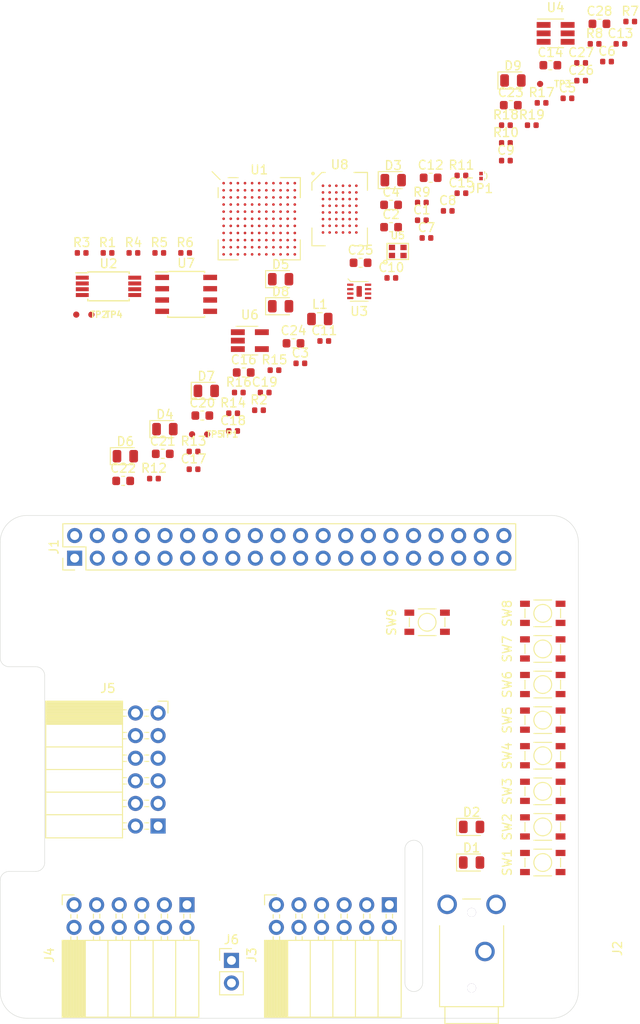
<source format=kicad_pcb>
(kicad_pcb (version 20171130) (host pcbnew 5.1.2+dfsg1-1)
  (layers (0 F.Cu signal) (1 In1.Cu power) (2 In2.Cu power) (31 B.Cu signal) (34 B.Paste user) (35 F.Paste user) (36 B.SilkS user) (37 F.SilkS user) (38 B.Mask user) (39 F.Mask user) (44 Edge.Cuts user))
  (net 0 "")
  (net 1 GND)
  (net 2 +1V2)
  (net 3 "Net-(C2-Pad2)")
  (net 4 "Net-(C2-Pad1)")
  (net 5 "Net-(C4-Pad2)")
  (net 6 "Net-(C4-Pad1)")
  (net 7 +3V3)
  (net 8 +5V)
  (net 9 "Net-(C13-Pad2)")
  (net 10 "Net-(C18-Pad1)")
  (net 11 "Net-(C19-Pad1)")
  (net 12 "Net-(C20-Pad1)")
  (net 13 "Net-(C21-Pad1)")
  (net 14 +3.3VDAC)
  (net 15 "Net-(D1-Pad1)")
  (net 16 /LED0)
  (net 17 /LED1)
  (net 18 "Net-(D2-Pad1)")
  (net 19 "Net-(D3-Pad1)")
  (net 20 /LED2)
  (net 21 /LED3)
  (net 22 "Net-(D4-Pad1)")
  (net 23 /LED4)
  (net 24 "Net-(D5-Pad1)")
  (net 25 "Net-(D6-Pad1)")
  (net 26 /LED5)
  (net 27 /LED6)
  (net 28 "Net-(D7-Pad1)")
  (net 29 "Net-(D8-Pad1)")
  (net 30 /LED7)
  (net 31 /GP13_FPGA_CDONE)
  (net 32 "Net-(J1-Pad3)")
  (net 33 "Net-(J1-Pad5)")
  (net 34 "Net-(J1-Pad7)")
  (net 35 /GP14_UART_TXD)
  (net 36 /GP15_UART_RXD)
  (net 37 "Net-(J1-Pad11)")
  (net 38 "Net-(J1-Pad12)")
  (net 39 /GP27_SDIO_DAT3)
  (net 40 /GP22_SDIO_CLK)
  (net 41 /GP23_SDIO_CMD)
  (net 42 /GP24_SDIO_DAT0)
  (net 43 /GP10_SPI_MOSI)
  (net 44 /GP9_SPI_MISO)
  (net 45 /GP25_SDIO_DAT1)
  (net 46 /GP11_SPI_SCK)
  (net 47 /GP8_SPI_~CS)
  (net 48 "Net-(J1-Pad26)")
  (net 49 /ID_SD)
  (net 50 /ID_SC)
  (net 51 "Net-(J1-Pad29)")
  (net 52 "Net-(J1-Pad31)")
  (net 53 /GP12_FPGA_~RST)
  (net 54 "Net-(J1-Pad35)")
  (net 55 "Net-(J1-Pad36)")
  (net 56 /GP26_SDIO_DAT2)
  (net 57 "Net-(J1-Pad38)")
  (net 58 "Net-(J1-Pad40)")
  (net 59 /IO0_0)
  (net 60 /IO0_1)
  (net 61 /IO0_2)
  (net 62 /IO0_3)
  (net 63 /IO0_4)
  (net 64 /IO0_5)
  (net 65 /IO0_6)
  (net 66 /IO0_7)
  (net 67 /IO1_7)
  (net 68 /IO1_6)
  (net 69 /IO1_5)
  (net 70 /IO1_4)
  (net 71 /IO1_3)
  (net 72 /IO1_2)
  (net 73 /IO1_1)
  (net 74 /IO1_0)
  (net 75 /IO2_0)
  (net 76 /IO2_1)
  (net 77 /IO2_2)
  (net 78 /IO2_3)
  (net 79 /IO2_4)
  (net 80 /IO2_5)
  (net 81 /IO2_6)
  (net 82 /IO2_7)
  (net 83 "Net-(JP1-Pad1)")
  (net 84 "Net-(L1-Pad1)")
  (net 85 "Net-(R6-Pad2)")
  (net 86 "Net-(R7-Pad2)")
  (net 87 /SW0)
  (net 88 /SW1)
  (net 89 /SW2)
  (net 90 /SW3)
  (net 91 /SW4)
  (net 92 /SW5)
  (net 93 /SW6)
  (net 94 /SW7)
  (net 95 /SRAM_DQ0)
  (net 96 /SRAM_DQ5)
  (net 97 /SRAM_DQ7)
  (net 98 /SRAM_DQ6)
  (net 99 /SRAM_DQ12)
  (net 100 /SRAM_A9)
  (net 101 /SRAM_A2)
  (net 102 /SRAM_A4)
  (net 103 /SRAM_A5)
  (net 104 /SRAM_A10)
  (net 105 /SRAM_DQ1)
  (net 106 /SRAM_DQ4)
  (net 107 /SRAM_DQ8)
  (net 108 /SRAM_DQ10)
  (net 109 /SRAM_DQ13)
  (net 110 /SRAM_DQ15)
  (net 111 /SRAM_A3)
  (net 112 /SRAM_A7)
  (net 113 /SRAM_A6)
  (net 114 /SRAM_A12)
  (net 115 /SRAM_DQ3)
  (net 116 /SRAM_DQ9)
  (net 117 /SRAM_DQ11)
  (net 118 /SRAM_A8)
  (net 119 /SRAM_A0)
  (net 120 /SRAM_A1)
  (net 121 /SRAM_A11)
  (net 122 /SRAM_A13)
  (net 123 /SRAM_A15)
  (net 124 /SRAM_DQ2)
  (net 125 /SRAM_DQ14)
  (net 126 /SRAM_A14)
  (net 127 /SRAM_A17)
  (net 128 /SRAM_A16)
  (net 129 /SRAM_~WE)
  (net 130 /SRAM_~OE)
  (net 131 /SRAM_~LB)
  (net 132 /SRAM_~UB)
  (net 133 /AUDIO_R_PWM)
  (net 134 "Net-(U1-PadB10)")
  (net 135 /CLK_OSC)
  (net 136 /AUDIO_L_PWM)
  (module fpga_hat:MOUNTHOLE_M2.5 (layer F.Cu) (at 161.5 83.5)
    (fp_text reference REF** hide)
    (fp_text value MOUNTHOLE_M2.5 hide)
    (pad "" np_thru_hole circle (at 0 0) (size 2.75 2.75) (drill 2.75) (layers *.Cu *.Mask) (thermal_gap 1.9))
  )
  (module fpga_hat:MOUNTHOLE_M2.5 (layer F.Cu) (at 161.5 133)
    (fp_text reference REF** hide)
    (fp_text value MOUNTHOLE_M2.5 hide)
    (pad "" np_thru_hole circle (at 0 0) (size 2.75 2.75) (drill 2.75) (layers *.Cu *.Mask) (thermal_gap 1.9))
  )
  (module fpga_hat:MOUNTHOLE_M2.5 (layer F.Cu) (at 103.5 133)
    (fp_text reference REF** hide)
    (fp_text value MOUNTHOLE_M2.5 hide)
    (pad "" np_thru_hole circle (at 0 0) (size 2.75 2.75) (drill 2.75) (layers *.Cu *.Mask) (thermal_gap 1.9))
  )
  (module fpga_hat:MOUNTHOLE_M2.5 (layer F.Cu) (at 103.5 83.5)
    (fp_text reference REF** hide)
    (fp_text value MOUNTHOLE_M2.5 hide)
    (pad "" np_thru_hole circle (at 0 0) (size 2.75 2.75) (drill 2.75) (layers *.Cu *.Mask) (thermal_gap 1.9))
  )
  (module Capacitor_SMD:C_0402_1005Metric (layer F.Cu) (at 147.405001 46.825001)
    (fp_text reference C1 (at 0 -1.17) (layer F.SilkS))
    (fp_text value 100n)
    (pad 2 smd roundrect (at 0.485 0) (size 0.59 0.64) (layers F.Cu F.Paste F.Mask) (net 1 GND))
    (pad 1 smd roundrect (at -0.485 0) (size 0.59 0.64) (layers F.Cu F.Paste F.Mask) (net 2 +1V2))
  )
  (module Capacitor_SMD:C_0603_1608Metric (layer F.Cu) (at 143.945001 47.605001)
    (fp_text reference C2 (at 0 -1.43) (layer F.SilkS))
    (fp_text value 4u7)
    (pad 2 smd roundrect (at 0.7875 0) (size 0.875 0.95) (layers F.Cu F.Paste F.Mask) (net 3 "Net-(C2-Pad2)"))
    (pad 1 smd roundrect (at -0.7875 0) (size 0.875 0.95) (layers F.Cu F.Paste F.Mask) (net 4 "Net-(C2-Pad1)"))
  )
  (module Capacitor_SMD:C_0402_1005Metric (layer F.Cu) (at 133.745001 62.905001)
    (fp_text reference C3 (at 0 -1.17) (layer F.SilkS))
    (fp_text value 100n)
    (pad 1 smd roundrect (at -0.485 0) (size 0.59 0.64) (layers F.Cu F.Paste F.Mask) (net 2 +1V2))
    (pad 2 smd roundrect (at 0.485 0) (size 0.59 0.64) (layers F.Cu F.Paste F.Mask) (net 1 GND))
  )
  (module Capacitor_SMD:C_0603_1608Metric (layer F.Cu) (at 143.945001 45.095001)
    (fp_text reference C4 (at 0 -1.43) (layer F.SilkS))
    (fp_text value 4u7)
    (pad 1 smd roundrect (at -0.7875 0) (size 0.875 0.95) (layers F.Cu F.Paste F.Mask) (net 6 "Net-(C4-Pad1)"))
    (pad 2 smd roundrect (at 0.7875 0) (size 0.875 0.95) (layers F.Cu F.Paste F.Mask) (net 5 "Net-(C4-Pad2)"))
  )
  (module Capacitor_SMD:C_0402_1005Metric (layer F.Cu) (at 163.775001 33.125001)
    (fp_text reference C5 (at 0 -1.17) (layer F.SilkS))
    (fp_text value 100n)
    (pad 1 smd roundrect (at -0.485 0) (size 0.59 0.64) (layers F.Cu F.Paste F.Mask) (net 2 +1V2))
    (pad 2 smd roundrect (at 0.485 0) (size 0.59 0.64) (layers F.Cu F.Paste F.Mask) (net 1 GND))
  )
  (module Capacitor_SMD:C_0402_1005Metric (layer F.Cu) (at 168.225001 28.995001)
    (fp_text reference C6 (at 0 -1.17) (layer F.SilkS))
    (fp_text value 100n)
    (pad 2 smd roundrect (at 0.485 0) (size 0.59 0.64) (layers F.Cu F.Paste F.Mask) (net 1 GND))
    (pad 1 smd roundrect (at -0.485 0) (size 0.59 0.64) (layers F.Cu F.Paste F.Mask) (net 2 +1V2))
  )
  (module Capacitor_SMD:C_0402_1005Metric (layer F.Cu) (at 147.925001 48.815001)
    (fp_text reference C7 (at 0 -1.17) (layer F.SilkS))
    (fp_text value 100n)
    (pad 2 smd roundrect (at 0.485 0) (size 0.59 0.64) (layers F.Cu F.Paste F.Mask) (net 1 GND))
    (pad 1 smd roundrect (at -0.485 0) (size 0.59 0.64) (layers F.Cu F.Paste F.Mask) (net 7 +3V3))
  )
  (module Capacitor_SMD:C_0402_1005Metric (layer F.Cu) (at 150.315001 45.775001)
    (fp_text reference C8 (at 0 -1.17) (layer F.SilkS))
    (fp_text value 100n)
    (pad 2 smd roundrect (at 0.485 0) (size 0.59 0.64) (layers F.Cu F.Paste F.Mask) (net 1 GND))
    (pad 1 smd roundrect (at -0.485 0) (size 0.59 0.64) (layers F.Cu F.Paste F.Mask) (net 7 +3V3))
  )
  (module Capacitor_SMD:C_0402_1005Metric (layer F.Cu) (at 156.855001 40.125001)
    (fp_text reference C9 (at 0 -1.17) (layer F.SilkS))
    (fp_text value 100n)
    (pad 2 smd roundrect (at 0.485 0) (size 0.59 0.64) (layers F.Cu F.Paste F.Mask) (net 1 GND))
    (pad 1 smd roundrect (at -0.485 0) (size 0.59 0.64) (layers F.Cu F.Paste F.Mask) (net 7 +3V3))
  )
  (module Capacitor_SMD:C_0402_1005Metric (layer F.Cu) (at 143.975001 53.305001)
    (fp_text reference C10 (at 0 -1.17) (layer F.SilkS))
    (fp_text value 100n)
    (pad 2 smd roundrect (at 0.485 0) (size 0.59 0.64) (layers F.Cu F.Paste F.Mask) (net 1 GND))
    (pad 1 smd roundrect (at -0.485 0) (size 0.59 0.64) (layers F.Cu F.Paste F.Mask) (net 7 +3V3))
  )
  (module Capacitor_SMD:C_0402_1005Metric (layer F.Cu) (at 136.435001 60.395001)
    (fp_text reference C11 (at 0 -1.17) (layer F.SilkS))
    (fp_text value 100n)
    (pad 1 smd roundrect (at -0.485 0) (size 0.59 0.64) (layers F.Cu F.Paste F.Mask) (net 7 +3V3))
    (pad 2 smd roundrect (at 0.485 0) (size 0.59 0.64) (layers F.Cu F.Paste F.Mask) (net 1 GND))
  )
  (module Capacitor_SMD:C_0603_1608Metric (layer F.Cu) (at 148.395001 42.055001)
    (fp_text reference C12 (at 0 -1.43) (layer F.SilkS))
    (fp_text value 4u7)
    (pad 2 smd roundrect (at 0.7875 0) (size 0.875 0.95) (layers F.Cu F.Paste F.Mask) (net 1 GND))
    (pad 1 smd roundrect (at -0.7875 0) (size 0.875 0.95) (layers F.Cu F.Paste F.Mask) (net 8 +5V))
  )
  (module Capacitor_SMD:C_0402_1005Metric (layer F.Cu) (at 169.735001 27.005001)
    (fp_text reference C13 (at 0 -1.17) (layer F.SilkS))
    (fp_text value 560p)
    (pad 1 smd roundrect (at -0.485 0) (size 0.59 0.64) (layers F.Cu F.Paste F.Mask) (net 2 +1V2))
    (pad 2 smd roundrect (at 0.485 0) (size 0.59 0.64) (layers F.Cu F.Paste F.Mask) (net 9 "Net-(C13-Pad2)"))
  )
  (module Capacitor_SMD:C_0603_1608Metric (layer F.Cu) (at 161.855001 29.405001)
    (fp_text reference C14 (at 0 -1.43) (layer F.SilkS))
    (fp_text value 4u7)
    (pad 2 smd roundrect (at 0.7875 0) (size 0.875 0.95) (layers F.Cu F.Paste F.Mask) (net 1 GND))
    (pad 1 smd roundrect (at -0.7875 0) (size 0.875 0.95) (layers F.Cu F.Paste F.Mask) (net 2 +1V2))
  )
  (module Capacitor_SMD:C_0402_1005Metric (layer F.Cu) (at 151.855001 43.785001)
    (fp_text reference C15 (at 0 -1.17) (layer F.SilkS))
    (fp_text value 100n)
    (pad 2 smd roundrect (at 0.485 0) (size 0.59 0.64) (layers F.Cu F.Paste F.Mask) (net 1 GND))
    (pad 1 smd roundrect (at -0.485 0) (size 0.59 0.64) (layers F.Cu F.Paste F.Mask) (net 7 +3V3))
  )
  (module Capacitor_SMD:C_0603_1608Metric (layer F.Cu) (at 127.375001 63.935001)
    (fp_text reference C16 (at 0 -1.43) (layer F.SilkS))
    (fp_text value 1u)
    (pad 1 smd roundrect (at -0.7875 0) (size 0.875 0.95) (layers F.Cu F.Paste F.Mask) (net 8 +5V))
    (pad 2 smd roundrect (at 0.7875 0) (size 0.875 0.95) (layers F.Cu F.Paste F.Mask) (net 1 GND))
  )
  (module Capacitor_SMD:C_0402_1005Metric (layer F.Cu) (at 121.735001 74.805001)
    (fp_text reference C17 (at 0 -1.17) (layer F.SilkS))
    (fp_text value 100n)
    (pad 1 smd roundrect (at -0.485 0) (size 0.59 0.64) (layers F.Cu F.Paste F.Mask) (net 7 +3V3))
    (pad 2 smd roundrect (at 0.485 0) (size 0.59 0.64) (layers F.Cu F.Paste F.Mask) (net 1 GND))
  )
  (module Capacitor_SMD:C_0402_1005Metric (layer F.Cu) (at 126.185001 70.505001)
    (fp_text reference C18 (at 0 -1.17) (layer F.SilkS))
    (fp_text value 100n)
    (pad 1 smd roundrect (at -0.485 0) (size 0.59 0.64) (layers F.Cu F.Paste F.Mask) (net 10 "Net-(C18-Pad1)"))
    (pad 2 smd roundrect (at 0.485 0) (size 0.59 0.64) (layers F.Cu F.Paste F.Mask) (net 1 GND))
  )
  (module Capacitor_SMD:C_0402_1005Metric (layer F.Cu) (at 129.735001 66.185001)
    (fp_text reference C19 (at 0 -1.17) (layer F.SilkS))
    (fp_text value 100n)
    (pad 1 smd roundrect (at -0.485 0) (size 0.59 0.64) (layers F.Cu F.Paste F.Mask) (net 11 "Net-(C19-Pad1)"))
    (pad 2 smd roundrect (at 0.485 0) (size 0.59 0.64) (layers F.Cu F.Paste F.Mask) (net 1 GND))
  )
  (module Capacitor_SMD:C_0603_1608Metric (layer F.Cu) (at 122.725001 68.775001)
    (fp_text reference C20 (at 0 -1.43) (layer F.SilkS))
    (fp_text value 4u7)
    (pad 1 smd roundrect (at -0.7875 0) (size 0.875 0.95) (layers F.Cu F.Paste F.Mask) (net 12 "Net-(C20-Pad1)"))
    (pad 2 smd roundrect (at 0.7875 0) (size 0.875 0.95) (layers F.Cu F.Paste F.Mask) (net 10 "Net-(C18-Pad1)"))
  )
  (module Capacitor_SMD:C_0603_1608Metric (layer F.Cu) (at 118.275001 73.075001)
    (fp_text reference C21 (at 0 -1.43) (layer F.SilkS))
    (fp_text value 4u7)
    (pad 1 smd roundrect (at -0.7875 0) (size 0.875 0.95) (layers F.Cu F.Paste F.Mask) (net 13 "Net-(C21-Pad1)"))
    (pad 2 smd roundrect (at 0.7875 0) (size 0.875 0.95) (layers F.Cu F.Paste F.Mask) (net 11 "Net-(C19-Pad1)"))
  )
  (module Capacitor_SMD:C_0603_1608Metric (layer F.Cu) (at 113.825001 76.115001)
    (fp_text reference C22 (at 0 -1.43) (layer F.SilkS))
    (fp_text value 1u)
    (pad 2 smd roundrect (at 0.7875 0) (size 0.875 0.95) (layers F.Cu F.Paste F.Mask) (net 1 GND))
    (pad 1 smd roundrect (at -0.7875 0) (size 0.875 0.95) (layers F.Cu F.Paste F.Mask) (net 14 +3.3VDAC))
  )
  (module Capacitor_SMD:C_0603_1608Metric (layer F.Cu) (at 157.405001 33.895001)
    (fp_text reference C23 (at 0 -1.43) (layer F.SilkS))
    (fp_text value 1u)
    (pad 2 smd roundrect (at 0.7875 0) (size 0.875 0.95) (layers F.Cu F.Paste F.Mask) (net 1 GND))
    (pad 1 smd roundrect (at -0.7875 0) (size 0.875 0.95) (layers F.Cu F.Paste F.Mask) (net 7 +3V3))
  )
  (module Capacitor_SMD:C_0603_1608Metric (layer F.Cu) (at 132.975001 60.655001)
    (fp_text reference C24 (at 0 -1.43) (layer F.SilkS))
    (fp_text value 1u)
    (pad 1 smd roundrect (at -0.7875 0) (size 0.875 0.95) (layers F.Cu F.Paste F.Mask) (net 7 +3V3))
    (pad 2 smd roundrect (at 0.7875 0) (size 0.875 0.95) (layers F.Cu F.Paste F.Mask) (net 1 GND))
  )
  (module Capacitor_SMD:C_0603_1608Metric (layer F.Cu) (at 140.515001 51.605001)
    (fp_text reference C25 (at 0 -1.43) (layer F.SilkS))
    (fp_text value 1u)
    (pad 2 smd roundrect (at 0.7875 0) (size 0.875 0.95) (layers F.Cu F.Paste F.Mask) (net 1 GND))
    (pad 1 smd roundrect (at -0.7875 0) (size 0.875 0.95) (layers F.Cu F.Paste F.Mask) (net 7 +3V3))
  )
  (module Capacitor_SMD:C_0402_1005Metric (layer F.Cu) (at 165.315001 31.135001)
    (fp_text reference C26 (at 0 -1.17) (layer F.SilkS))
    (fp_text value 100n)
    (pad 1 smd roundrect (at -0.485 0) (size 0.59 0.64) (layers F.Cu F.Paste F.Mask) (net 7 +3V3))
    (pad 2 smd roundrect (at 0.485 0) (size 0.59 0.64) (layers F.Cu F.Paste F.Mask) (net 1 GND))
  )
  (module Capacitor_SMD:C_0402_1005Metric (layer F.Cu) (at 165.315001 29.145001)
    (fp_text reference C27 (at 0 -1.17) (layer F.SilkS))
    (fp_text value 100n)
    (pad 2 smd roundrect (at 0.485 0) (size 0.59 0.64) (layers F.Cu F.Paste F.Mask) (net 1 GND))
    (pad 1 smd roundrect (at -0.485 0) (size 0.59 0.64) (layers F.Cu F.Paste F.Mask) (net 7 +3V3))
  )
  (module Capacitor_SMD:C_0603_1608Metric (layer F.Cu) (at 167.375001 24.755001)
    (fp_text reference C28 (at 0 -1.43) (layer F.SilkS))
    (fp_text value 1u)
    (pad 1 smd roundrect (at -0.7875 0) (size 0.875 0.95) (layers F.Cu F.Paste F.Mask) (net 8 +5V))
    (pad 2 smd roundrect (at 0.7875 0) (size 0.875 0.95) (layers F.Cu F.Paste F.Mask) (net 1 GND))
  )
  (module LED_SMD:LED_0805_2012Metric (layer F.Cu) (at 153 119)
    (fp_text reference D1 (at 0 -1.65) (layer F.SilkS))
    (fp_text value LED)
    (pad 1 smd roundrect (at -0.9375 0) (size 0.975 1.4) (layers F.Cu F.Paste F.Mask) (net 15 "Net-(D1-Pad1)"))
    (pad 2 smd roundrect (at 0.9375 0) (size 0.975 1.4) (layers F.Cu F.Paste F.Mask) (net 16 /LED0))
  )
  (module LED_SMD:LED_0805_2012Metric (layer F.Cu) (at 153 115)
    (fp_text reference D2 (at 0 -1.65) (layer F.SilkS))
    (fp_text value LED)
    (pad 1 smd roundrect (at -0.9375 0) (size 0.975 1.4) (layers F.Cu F.Paste F.Mask) (net 18 "Net-(D2-Pad1)"))
    (pad 2 smd roundrect (at 0.9375 0) (size 0.975 1.4) (layers F.Cu F.Paste F.Mask) (net 17 /LED1))
  )
  (module LED_SMD:LED_0805_2012Metric (layer F.Cu) (at 144.185001 42.320001)
    (fp_text reference D3 (at 0 -1.65) (layer F.SilkS))
    (fp_text value LED)
    (pad 2 smd roundrect (at 0.9375 0) (size 0.975 1.4) (layers F.Cu F.Paste F.Mask) (net 20 /LED2))
    (pad 1 smd roundrect (at -0.9375 0) (size 0.975 1.4) (layers F.Cu F.Paste F.Mask) (net 19 "Net-(D3-Pad1)"))
  )
  (module LED_SMD:LED_0805_2012Metric (layer F.Cu) (at 118.515001 70.300001)
    (fp_text reference D4 (at 0 -1.65) (layer F.SilkS))
    (fp_text value LED)
    (pad 1 smd roundrect (at -0.9375 0) (size 0.975 1.4) (layers F.Cu F.Paste F.Mask) (net 22 "Net-(D4-Pad1)"))
    (pad 2 smd roundrect (at 0.9375 0) (size 0.975 1.4) (layers F.Cu F.Paste F.Mask) (net 21 /LED3))
  )
  (module LED_SMD:LED_0805_2012Metric (layer F.Cu) (at 131.525001 53.450001)
    (fp_text reference D5 (at 0 -1.65) (layer F.SilkS))
    (fp_text value LED)
    (pad 2 smd roundrect (at 0.9375 0) (size 0.975 1.4) (layers F.Cu F.Paste F.Mask) (net 23 /LED4))
    (pad 1 smd roundrect (at -0.9375 0) (size 0.975 1.4) (layers F.Cu F.Paste F.Mask) (net 24 "Net-(D5-Pad1)"))
  )
  (module LED_SMD:LED_0805_2012Metric (layer F.Cu) (at 114.065001 73.340001)
    (fp_text reference D6 (at 0 -1.65) (layer F.SilkS))
    (fp_text value LED)
    (pad 1 smd roundrect (at -0.9375 0) (size 0.975 1.4) (layers F.Cu F.Paste F.Mask) (net 25 "Net-(D6-Pad1)"))
    (pad 2 smd roundrect (at 0.9375 0) (size 0.975 1.4) (layers F.Cu F.Paste F.Mask) (net 26 /LED5))
  )
  (module LED_SMD:LED_0805_2012Metric (layer F.Cu) (at 123.165001 66.000001)
    (fp_text reference D7 (at 0 -1.65) (layer F.SilkS))
    (fp_text value LED)
    (pad 2 smd roundrect (at 0.9375 0) (size 0.975 1.4) (layers F.Cu F.Paste F.Mask) (net 27 /LED6))
    (pad 1 smd roundrect (at -0.9375 0) (size 0.975 1.4) (layers F.Cu F.Paste F.Mask) (net 28 "Net-(D7-Pad1)"))
  )
  (module LED_SMD:LED_0805_2012Metric (layer F.Cu) (at 131.525001 56.490001)
    (fp_text reference D8 (at 0 -1.65) (layer F.SilkS))
    (fp_text value LED)
    (pad 1 smd roundrect (at -0.9375 0) (size 0.975 1.4) (layers F.Cu F.Paste F.Mask) (net 29 "Net-(D8-Pad1)"))
    (pad 2 smd roundrect (at 0.9375 0) (size 0.975 1.4) (layers F.Cu F.Paste F.Mask) (net 30 /LED7))
  )
  (module LED_SMD:LED_0805_2012Metric (layer F.Cu) (at 157.645001 31.120001)
    (fp_text reference D9 (at 0 -1.65) (layer F.SilkS))
    (fp_text value LED)
    (pad 2 smd roundrect (at 0.9375 0) (size 0.975 1.4) (layers F.Cu F.Paste F.Mask) (net 31 /GP13_FPGA_CDONE))
    (pad 1 smd roundrect (at -0.9375 0) (size 0.975 1.4) (layers F.Cu F.Paste F.Mask) (net 1 GND))
  )
  (module Connector_PinHeader_2.54mm:PinHeader_2x20_P2.54mm_Vertical (layer F.Cu) (at 108.37 84.8 90)
    (fp_text reference J1 (at 1.27 -2.33 90) (layer F.SilkS))
    (fp_text value 2x20)
    (pad 1 thru_hole rect (at 0 0 90) (size 1.7 1.7) (drill 1) (layers *.Cu *.Mask) (net 7 +3V3))
    (pad 2 thru_hole oval (at 2.54 0 90) (size 1.7 1.7) (drill 1) (layers *.Cu *.Mask) (net 8 +5V))
    (pad 3 thru_hole oval (at 0 2.54 90) (size 1.7 1.7) (drill 1) (layers *.Cu *.Mask) (net 32 "Net-(J1-Pad3)"))
    (pad 4 thru_hole oval (at 2.54 2.54 90) (size 1.7 1.7) (drill 1) (layers *.Cu *.Mask) (net 8 +5V))
    (pad 5 thru_hole oval (at 0 5.08 90) (size 1.7 1.7) (drill 1) (layers *.Cu *.Mask) (net 33 "Net-(J1-Pad5)"))
    (pad 6 thru_hole oval (at 2.54 5.08 90) (size 1.7 1.7) (drill 1) (layers *.Cu *.Mask) (net 1 GND))
    (pad 7 thru_hole oval (at 0 7.62 90) (size 1.7 1.7) (drill 1) (layers *.Cu *.Mask) (net 34 "Net-(J1-Pad7)"))
    (pad 8 thru_hole oval (at 2.54 7.62 90) (size 1.7 1.7) (drill 1) (layers *.Cu *.Mask) (net 35 /GP14_UART_TXD))
    (pad 9 thru_hole oval (at 0 10.16 90) (size 1.7 1.7) (drill 1) (layers *.Cu *.Mask) (net 1 GND))
    (pad 10 thru_hole oval (at 2.54 10.16 90) (size 1.7 1.7) (drill 1) (layers *.Cu *.Mask) (net 36 /GP15_UART_RXD))
    (pad 11 thru_hole oval (at 0 12.7 90) (size 1.7 1.7) (drill 1) (layers *.Cu *.Mask) (net 37 "Net-(J1-Pad11)"))
    (pad 12 thru_hole oval (at 2.54 12.7 90) (size 1.7 1.7) (drill 1) (layers *.Cu *.Mask) (net 38 "Net-(J1-Pad12)"))
    (pad 13 thru_hole oval (at 0 15.24 90) (size 1.7 1.7) (drill 1) (layers *.Cu *.Mask) (net 39 /GP27_SDIO_DAT3))
    (pad 14 thru_hole oval (at 2.54 15.24 90) (size 1.7 1.7) (drill 1) (layers *.Cu *.Mask) (net 1 GND))
    (pad 15 thru_hole oval (at 0 17.78 90) (size 1.7 1.7) (drill 1) (layers *.Cu *.Mask) (net 40 /GP22_SDIO_CLK))
    (pad 16 thru_hole oval (at 2.54 17.78 90) (size 1.7 1.7) (drill 1) (layers *.Cu *.Mask) (net 41 /GP23_SDIO_CMD))
    (pad 17 thru_hole oval (at 0 20.32 90) (size 1.7 1.7) (drill 1) (layers *.Cu *.Mask) (net 7 +3V3))
    (pad 18 thru_hole oval (at 2.54 20.32 90) (size 1.7 1.7) (drill 1) (layers *.Cu *.Mask) (net 42 /GP24_SDIO_DAT0))
    (pad 19 thru_hole oval (at 0 22.86 90) (size 1.7 1.7) (drill 1) (layers *.Cu *.Mask) (net 43 /GP10_SPI_MOSI))
    (pad 20 thru_hole oval (at 2.54 22.86 90) (size 1.7 1.7) (drill 1) (layers *.Cu *.Mask) (net 1 GND))
    (pad 21 thru_hole oval (at 0 25.4 90) (size 1.7 1.7) (drill 1) (layers *.Cu *.Mask) (net 44 /GP9_SPI_MISO))
    (pad 22 thru_hole oval (at 2.54 25.4 90) (size 1.7 1.7) (drill 1) (layers *.Cu *.Mask) (net 45 /GP25_SDIO_DAT1))
    (pad 23 thru_hole oval (at 0 27.94 90) (size 1.7 1.7) (drill 1) (layers *.Cu *.Mask) (net 46 /GP11_SPI_SCK))
    (pad 24 thru_hole oval (at 2.54 27.94 90) (size 1.7 1.7) (drill 1) (layers *.Cu *.Mask) (net 47 /GP8_SPI_~CS))
    (pad 25 thru_hole oval (at 0 30.48 90) (size 1.7 1.7) (drill 1) (layers *.Cu *.Mask) (net 1 GND))
    (pad 26 thru_hole oval (at 2.54 30.48 90) (size 1.7 1.7) (drill 1) (layers *.Cu *.Mask) (net 48 "Net-(J1-Pad26)"))
    (pad 27 thru_hole oval (at 0 33.02 90) (size 1.7 1.7) (drill 1) (layers *.Cu *.Mask) (net 49 /ID_SD))
    (pad 28 thru_hole oval (at 2.54 33.02 90) (size 1.7 1.7) (drill 1) (layers *.Cu *.Mask) (net 50 /ID_SC))
    (pad 29 thru_hole oval (at 0 35.56 90) (size 1.7 1.7) (drill 1) (layers *.Cu *.Mask) (net 51 "Net-(J1-Pad29)"))
    (pad 30 thru_hole oval (at 2.54 35.56 90) (size 1.7 1.7) (drill 1) (layers *.Cu *.Mask) (net 1 GND))
    (pad 31 thru_hole oval (at 0 38.1 90) (size 1.7 1.7) (drill 1) (layers *.Cu *.Mask) (net 52 "Net-(J1-Pad31)"))
    (pad 32 thru_hole oval (at 2.54 38.1 90) (size 1.7 1.7) (drill 1) (layers *.Cu *.Mask) (net 53 /GP12_FPGA_~RST))
    (pad 33 thru_hole oval (at 0 40.64 90) (size 1.7 1.7) (drill 1) (layers *.Cu *.Mask) (net 31 /GP13_FPGA_CDONE))
    (pad 34 thru_hole oval (at 2.54 40.64 90) (size 1.7 1.7) (drill 1) (layers *.Cu *.Mask) (net 1 GND))
    (pad 35 thru_hole oval (at 0 43.18 90) (size 1.7 1.7) (drill 1) (layers *.Cu *.Mask) (net 54 "Net-(J1-Pad35)"))
    (pad 36 thru_hole oval (at 2.54 43.18 90) (size 1.7 1.7) (drill 1) (layers *.Cu *.Mask) (net 55 "Net-(J1-Pad36)"))
    (pad 37 thru_hole oval (at 0 45.72 90) (size 1.7 1.7) (drill 1) (layers *.Cu *.Mask) (net 56 /GP26_SDIO_DAT2))
    (pad 38 thru_hole oval (at 2.54 45.72 90) (size 1.7 1.7) (drill 1) (layers *.Cu *.Mask) (net 57 "Net-(J1-Pad38)"))
    (pad 39 thru_hole oval (at 0 48.26 90) (size 1.7 1.7) (drill 1) (layers *.Cu *.Mask) (net 1 GND))
    (pad 40 thru_hole oval (at 2.54 48.26 90) (size 1.7 1.7) (drill 1) (layers *.Cu *.Mask) (net 58 "Net-(J1-Pad40)"))
  )
  (module fpga_hat:STX-3000_TRS_3.5mm (layer F.Cu) (at 153 129 90)
    (fp_text reference J2 (at 0.35 16.4 90) (layer F.SilkS))
    (fp_text value AudioJack3)
    (pad ~ thru_hole circle (at -4.1 0 90) (size 1 1) (drill 1) (layers *.Cu *.Mask))
    (pad ~ thru_hole circle (at 4.4 0 90) (size 1 1) (drill 1) (layers *.Cu *.Mask))
    (pad S thru_hole circle (at 0 1.5 90) (size 2.2 2.2) (drill 1.5) (layers *.Cu *.Mask) (net 1 GND))
    (pad R thru_hole circle (at 5.3 -2.75 90) (size 2.2 2.2) (drill 1.5) (layers *.Cu *.Mask) (net 13 "Net-(C21-Pad1)"))
    (pad T thru_hole circle (at 5.3 2.75 90) (size 2.2 2.2) (drill 1.5) (layers *.Cu *.Mask) (net 12 "Net-(C20-Pad1)"))
  )
  (module fpga_hat:PinSocket_2x06_P2.54mm_Horizontal (layer F.Cu) (at 143.75 123.75 90)
    (fp_text reference J3 (at -5.65 -15.47 90) (layer F.SilkS))
    (fp_text value Conn_02x06_Top_Bottom)
    (pad 6 thru_hole circle (at 0 -12.7 90) (size 1.7 1.7) (drill 1) (layers *.Cu *.Mask) (net 7 +3V3))
    (pad 12 thru_hole oval (at -2.54 -12.7 90) (size 1.7 1.7) (drill 1) (layers *.Cu *.Mask) (net 7 +3V3))
    (pad 5 thru_hole oval (at 0 -10.16 90) (size 1.7 1.7) (drill 1) (layers *.Cu *.Mask) (net 1 GND))
    (pad 11 thru_hole oval (at -2.54 -10.16 90) (size 1.7 1.7) (drill 1) (layers *.Cu *.Mask) (net 1 GND))
    (pad 4 thru_hole oval (at 0 -7.62 90) (size 1.7 1.7) (drill 1) (layers *.Cu *.Mask) (net 62 /IO0_3))
    (pad 10 thru_hole oval (at -2.54 -7.62 90) (size 1.7 1.7) (drill 1) (layers *.Cu *.Mask) (net 66 /IO0_7))
    (pad 3 thru_hole oval (at 0 -5.08 90) (size 1.7 1.7) (drill 1) (layers *.Cu *.Mask) (net 61 /IO0_2))
    (pad 9 thru_hole oval (at -2.54 -5.08 90) (size 1.7 1.7) (drill 1) (layers *.Cu *.Mask) (net 65 /IO0_6))
    (pad 2 thru_hole oval (at 0 -2.54 90) (size 1.7 1.7) (drill 1) (layers *.Cu *.Mask) (net 60 /IO0_1))
    (pad 8 thru_hole oval (at -2.54 -2.54 90) (size 1.7 1.7) (drill 1) (layers *.Cu *.Mask) (net 64 /IO0_5))
    (pad 1 thru_hole rect (at 0 0 90) (size 1.7 1.7) (drill 1) (layers *.Cu *.Mask) (net 59 /IO0_0))
    (pad 7 thru_hole oval (at -2.54 0 90) (size 1.7 1.7) (drill 1) (layers *.Cu *.Mask) (net 63 /IO0_4))
  )
  (module fpga_hat:PinSocket_2x06_P2.54mm_Horizontal (layer F.Cu) (at 121 123.75 90)
    (fp_text reference J4 (at -5.65 -15.47 90) (layer F.SilkS))
    (fp_text value Conn_02x06_Top_Bottom)
    (pad 7 thru_hole oval (at -2.54 0 90) (size 1.7 1.7) (drill 1) (layers *.Cu *.Mask) (net 70 /IO1_4))
    (pad 1 thru_hole rect (at 0 0 90) (size 1.7 1.7) (drill 1) (layers *.Cu *.Mask) (net 74 /IO1_0))
    (pad 8 thru_hole oval (at -2.54 -2.54 90) (size 1.7 1.7) (drill 1) (layers *.Cu *.Mask) (net 69 /IO1_5))
    (pad 2 thru_hole oval (at 0 -2.54 90) (size 1.7 1.7) (drill 1) (layers *.Cu *.Mask) (net 73 /IO1_1))
    (pad 9 thru_hole oval (at -2.54 -5.08 90) (size 1.7 1.7) (drill 1) (layers *.Cu *.Mask) (net 68 /IO1_6))
    (pad 3 thru_hole oval (at 0 -5.08 90) (size 1.7 1.7) (drill 1) (layers *.Cu *.Mask) (net 72 /IO1_2))
    (pad 10 thru_hole oval (at -2.54 -7.62 90) (size 1.7 1.7) (drill 1) (layers *.Cu *.Mask) (net 67 /IO1_7))
    (pad 4 thru_hole oval (at 0 -7.62 90) (size 1.7 1.7) (drill 1) (layers *.Cu *.Mask) (net 71 /IO1_3))
    (pad 11 thru_hole oval (at -2.54 -10.16 90) (size 1.7 1.7) (drill 1) (layers *.Cu *.Mask) (net 1 GND))
    (pad 5 thru_hole oval (at 0 -10.16 90) (size 1.7 1.7) (drill 1) (layers *.Cu *.Mask) (net 1 GND))
    (pad 12 thru_hole oval (at -2.54 -12.7 90) (size 1.7 1.7) (drill 1) (layers *.Cu *.Mask) (net 7 +3V3))
    (pad 6 thru_hole circle (at 0 -12.7 90) (size 1.7 1.7) (drill 1) (layers *.Cu *.Mask) (net 7 +3V3))
  )
  (module fpga_hat:PinSocket_2x06_P2.54mm_Horizontal (layer F.Cu) (at 117.75 114.9)
    (fp_text reference J5 (at -5.65 -15.47) (layer F.SilkS))
    (fp_text value Conn_02x06_Top_Bottom)
    (pad 6 thru_hole circle (at 0 -12.7) (size 1.7 1.7) (drill 1) (layers *.Cu *.Mask) (net 7 +3V3))
    (pad 12 thru_hole oval (at -2.54 -12.7) (size 1.7 1.7) (drill 1) (layers *.Cu *.Mask) (net 7 +3V3))
    (pad 5 thru_hole oval (at 0 -10.16) (size 1.7 1.7) (drill 1) (layers *.Cu *.Mask) (net 1 GND))
    (pad 11 thru_hole oval (at -2.54 -10.16) (size 1.7 1.7) (drill 1) (layers *.Cu *.Mask) (net 1 GND))
    (pad 4 thru_hole oval (at 0 -7.62) (size 1.7 1.7) (drill 1) (layers *.Cu *.Mask) (net 78 /IO2_3))
    (pad 10 thru_hole oval (at -2.54 -7.62) (size 1.7 1.7) (drill 1) (layers *.Cu *.Mask) (net 82 /IO2_7))
    (pad 3 thru_hole oval (at 0 -5.08) (size 1.7 1.7) (drill 1) (layers *.Cu *.Mask) (net 77 /IO2_2))
    (pad 9 thru_hole oval (at -2.54 -5.08) (size 1.7 1.7) (drill 1) (layers *.Cu *.Mask) (net 81 /IO2_6))
    (pad 2 thru_hole oval (at 0 -2.54) (size 1.7 1.7) (drill 1) (layers *.Cu *.Mask) (net 76 /IO2_1))
    (pad 8 thru_hole oval (at -2.54 -2.54) (size 1.7 1.7) (drill 1) (layers *.Cu *.Mask) (net 80 /IO2_5))
    (pad 1 thru_hole rect (at 0 0) (size 1.7 1.7) (drill 1) (layers *.Cu *.Mask) (net 75 /IO2_0))
    (pad 7 thru_hole oval (at -2.54 0) (size 1.7 1.7) (drill 1) (layers *.Cu *.Mask) (net 79 /IO2_4))
  )
  (module Connector_PinHeader_2.54mm:PinHeader_1x02_P2.54mm_Vertical (layer F.Cu) (at 126 130)
    (fp_text reference J6 (at 0 -2.33) (layer F.SilkS))
    (fp_text value Conn_01x02)
    (pad 1 thru_hole rect (at 0 0) (size 1.7 1.7) (drill 1) (layers *.Cu *.Mask) (net 8 +5V))
    (pad 2 thru_hole oval (at 0 2.54) (size 1.7 1.7) (drill 1) (layers *.Cu *.Mask) (net 1 GND))
  )
  (module fpga_hat:SOLDER_JUMP (layer F.Cu) (at 154.06 41.860001)
    (fp_text reference JP1 (at 0 1.4) (layer F.SilkS))
    (fp_text value "Solder jumper")
    (pad 1 smd rect (at 0 -0.275) (size 0.4 0.4) (layers F.Cu F.Paste F.Mask) (net 83 "Net-(JP1-Pad1)"))
    (pad 2 smd rect (at 0 0.275) (size 0.4 0.4) (layers F.Cu F.Paste F.Mask) (net 1 GND))
  )
  (module Inductor_SMD:L_0805_2012Metric (layer F.Cu) (at 135.935001 57.925001)
    (fp_text reference L1 (at 0 -1.65) (layer F.SilkS))
    (fp_text value 1u)
    (pad 1 smd roundrect (at -0.9375 0) (size 0.975 1.4) (layers F.Cu F.Paste F.Mask) (net 84 "Net-(L1-Pad1)"))
    (pad 2 smd roundrect (at 0.9375 0) (size 0.975 1.4) (layers F.Cu F.Paste F.Mask) (net 2 +1V2))
  )
  (module Resistor_SMD:R_0402_1005Metric (layer F.Cu) (at 112.065001 50.495001)
    (fp_text reference R1 (at 0 -1.17) (layer F.SilkS))
    (fp_text value 100)
    (pad 1 smd roundrect (at -0.485 0) (size 0.59 0.64) (layers F.Cu F.Paste F.Mask) (net 6 "Net-(C4-Pad1)"))
    (pad 2 smd roundrect (at 0.485 0) (size 0.59 0.64) (layers F.Cu F.Paste F.Mask) (net 2 +1V2))
  )
  (module Resistor_SMD:R_0402_1005Metric (layer F.Cu) (at 129.095001 68.175001)
    (fp_text reference R2 (at 0 -1.17) (layer F.SilkS))
    (fp_text value 100)
    (pad 2 smd roundrect (at 0.485 0) (size 0.59 0.64) (layers F.Cu F.Paste F.Mask) (net 2 +1V2))
    (pad 1 smd roundrect (at -0.485 0) (size 0.59 0.64) (layers F.Cu F.Paste F.Mask) (net 4 "Net-(C2-Pad1)"))
  )
  (module Resistor_SMD:R_0402_1005Metric (layer F.Cu) (at 109.155001 50.495001)
    (fp_text reference R3 (at 0 -1.17) (layer F.SilkS))
    (fp_text value 470)
    (pad 1 smd roundrect (at -0.485 0) (size 0.59 0.64) (layers F.Cu F.Paste F.Mask) (net 7 +3V3))
    (pad 2 smd roundrect (at 0.485 0) (size 0.59 0.64) (layers F.Cu F.Paste F.Mask) (net 83 "Net-(JP1-Pad1)"))
  )
  (module Resistor_SMD:R_0402_1005Metric (layer F.Cu) (at 114.975001 50.495001)
    (fp_text reference R4 (at 0 -1.17) (layer F.SilkS))
    (fp_text value 4k7)
    (pad 1 smd roundrect (at -0.485 0) (size 0.59 0.64) (layers F.Cu F.Paste F.Mask) (net 7 +3V3))
    (pad 2 smd roundrect (at 0.485 0) (size 0.59 0.64) (layers F.Cu F.Paste F.Mask) (net 50 /ID_SC))
  )
  (module Resistor_SMD:R_0402_1005Metric (layer F.Cu) (at 117.885001 50.495001)
    (fp_text reference R5 (at 0 -1.17) (layer F.SilkS))
    (fp_text value 4k7)
    (pad 2 smd roundrect (at 0.485 0) (size 0.59 0.64) (layers F.Cu F.Paste F.Mask) (net 50 /ID_SC))
    (pad 1 smd roundrect (at -0.485 0) (size 0.59 0.64) (layers F.Cu F.Paste F.Mask) (net 7 +3V3))
  )
  (module Resistor_SMD:R_0402_1005Metric (layer F.Cu) (at 120.795001 50.495001)
    (fp_text reference R6 (at 0 -1.17) (layer F.SilkS))
    (fp_text value 220)
    (pad 2 smd roundrect (at 0.485 0) (size 0.59 0.64) (layers F.Cu F.Paste F.Mask) (net 85 "Net-(R6-Pad2)"))
    (pad 1 smd roundrect (at -0.485 0) (size 0.59 0.64) (layers F.Cu F.Paste F.Mask) (net 10 "Net-(C18-Pad1)"))
  )
  (module Resistor_SMD:R_0402_1005Metric (layer F.Cu) (at 170.835001 24.495001)
    (fp_text reference R7 (at 0 -1.17) (layer F.SilkS))
    (fp_text value 220)
    (pad 2 smd roundrect (at 0.485 0) (size 0.59 0.64) (layers F.Cu F.Paste F.Mask) (net 86 "Net-(R7-Pad2)"))
    (pad 1 smd roundrect (at -0.485 0) (size 0.59 0.64) (layers F.Cu F.Paste F.Mask) (net 11 "Net-(C19-Pad1)"))
  )
  (module Resistor_SMD:R_0402_1005Metric (layer F.Cu) (at 166.825001 27.005001)
    (fp_text reference R8 (at 0 -1.17) (layer F.SilkS))
    (fp_text value 100)
    (pad 1 smd roundrect (at -0.485 0) (size 0.59 0.64) (layers F.Cu F.Paste F.Mask) (net 10 "Net-(C18-Pad1)"))
    (pad 2 smd roundrect (at 0.485 0) (size 0.59 0.64) (layers F.Cu F.Paste F.Mask) (net 1 GND))
  )
  (module Resistor_SMD:R_0402_1005Metric (layer F.Cu) (at 147.405001 44.835001)
    (fp_text reference R9 (at 0 -1.17) (layer F.SilkS))
    (fp_text value 100)
    (pad 1 smd roundrect (at -0.485 0) (size 0.59 0.64) (layers F.Cu F.Paste F.Mask) (net 11 "Net-(C19-Pad1)"))
    (pad 2 smd roundrect (at 0.485 0) (size 0.59 0.64) (layers F.Cu F.Paste F.Mask) (net 1 GND))
  )
  (module Resistor_SMD:R_0402_1005Metric (layer F.Cu) (at 156.855001 38.135001)
    (fp_text reference R10 (at 0 -1.17) (layer F.SilkS))
    (fp_text value 470)
    (pad 1 smd roundrect (at -0.485 0) (size 0.59 0.64) (layers F.Cu F.Paste F.Mask) (net 1 GND))
    (pad 2 smd roundrect (at 0.485 0) (size 0.59 0.64) (layers F.Cu F.Paste F.Mask) (net 15 "Net-(D1-Pad1)"))
  )
  (module Resistor_SMD:R_0402_1005Metric (layer F.Cu) (at 151.855001 41.795001)
    (fp_text reference R11 (at 0 -1.17) (layer F.SilkS))
    (fp_text value 470)
    (pad 1 smd roundrect (at -0.485 0) (size 0.59 0.64) (layers F.Cu F.Paste F.Mask) (net 1 GND))
    (pad 2 smd roundrect (at 0.485 0) (size 0.59 0.64) (layers F.Cu F.Paste F.Mask) (net 18 "Net-(D2-Pad1)"))
  )
  (module Resistor_SMD:R_0402_1005Metric (layer F.Cu) (at 117.285001 75.855001)
    (fp_text reference R12 (at 0 -1.17) (layer F.SilkS))
    (fp_text value 470)
    (pad 2 smd roundrect (at 0.485 0) (size 0.59 0.64) (layers F.Cu F.Paste F.Mask) (net 19 "Net-(D3-Pad1)"))
    (pad 1 smd roundrect (at -0.485 0) (size 0.59 0.64) (layers F.Cu F.Paste F.Mask) (net 1 GND))
  )
  (module Resistor_SMD:R_0402_1005Metric (layer F.Cu) (at 121.735001 72.815001)
    (fp_text reference R13 (at 0 -1.17) (layer F.SilkS))
    (fp_text value 470)
    (pad 1 smd roundrect (at -0.485 0) (size 0.59 0.64) (layers F.Cu F.Paste F.Mask) (net 1 GND))
    (pad 2 smd roundrect (at 0.485 0) (size 0.59 0.64) (layers F.Cu F.Paste F.Mask) (net 22 "Net-(D4-Pad1)"))
  )
  (module Resistor_SMD:R_0402_1005Metric (layer F.Cu) (at 126.185001 68.515001)
    (fp_text reference R14 (at 0 -1.17) (layer F.SilkS))
    (fp_text value 470)
    (pad 2 smd roundrect (at 0.485 0) (size 0.59 0.64) (layers F.Cu F.Paste F.Mask) (net 24 "Net-(D5-Pad1)"))
    (pad 1 smd roundrect (at -0.485 0) (size 0.59 0.64) (layers F.Cu F.Paste F.Mask) (net 1 GND))
  )
  (module Resistor_SMD:R_0402_1005Metric (layer F.Cu) (at 130.835001 63.675001)
    (fp_text reference R15 (at 0 -1.17) (layer F.SilkS))
    (fp_text value 470)
    (pad 2 smd roundrect (at 0.485 0) (size 0.59 0.64) (layers F.Cu F.Paste F.Mask) (net 25 "Net-(D6-Pad1)"))
    (pad 1 smd roundrect (at -0.485 0) (size 0.59 0.64) (layers F.Cu F.Paste F.Mask) (net 1 GND))
  )
  (module Resistor_SMD:R_0402_1005Metric (layer F.Cu) (at 126.825001 66.185001)
    (fp_text reference R16 (at 0 -1.17) (layer F.SilkS))
    (fp_text value 470)
    (pad 1 smd roundrect (at -0.485 0) (size 0.59 0.64) (layers F.Cu F.Paste F.Mask) (net 1 GND))
    (pad 2 smd roundrect (at 0.485 0) (size 0.59 0.64) (layers F.Cu F.Paste F.Mask) (net 28 "Net-(D7-Pad1)"))
  )
  (module Resistor_SMD:R_0402_1005Metric (layer F.Cu) (at 160.865001 33.635001)
    (fp_text reference R17 (at 0 -1.17) (layer F.SilkS))
    (fp_text value 470)
    (pad 2 smd roundrect (at 0.485 0) (size 0.59 0.64) (layers F.Cu F.Paste F.Mask) (net 29 "Net-(D8-Pad1)"))
    (pad 1 smd roundrect (at -0.485 0) (size 0.59 0.64) (layers F.Cu F.Paste F.Mask) (net 1 GND))
  )
  (module Resistor_SMD:R_0402_1005Metric (layer F.Cu) (at 156.855001 36.145001)
    (fp_text reference R18 (at 0 -1.17) (layer F.SilkS))
    (fp_text value 470)
    (pad 1 smd roundrect (at -0.485 0) (size 0.59 0.64) (layers F.Cu F.Paste F.Mask) (net 31 /GP13_FPGA_CDONE))
    (pad 2 smd roundrect (at 0.485 0) (size 0.59 0.64) (layers F.Cu F.Paste F.Mask) (net 7 +3V3))
  )
  (module Resistor_SMD:R_0402_1005Metric (layer F.Cu) (at 159.765001 36.145001)
    (fp_text reference R19 (at 0 -1.17) (layer F.SilkS))
    (fp_text value 4k7)
    (pad 2 smd roundrect (at 0.485 0) (size 0.59 0.64) (layers F.Cu F.Paste F.Mask) (net 53 /GP12_FPGA_~RST))
    (pad 1 smd roundrect (at -0.485 0) (size 0.59 0.64) (layers F.Cu F.Paste F.Mask) (net 7 +3V3))
  )
  (module fpga_hat:PTS815 (layer F.Cu) (at 161 119 270)
    (fp_text reference SW1 (at 0 4 270) (layer F.SilkS))
    (fp_text value PTS815)
    (pad ~ smd rect (at -1.075 2) (size 1.1 0.7) (layers F.Cu F.Paste F.Mask))
    (pad ~ smd rect (at 1.075 2) (size 1.1 0.7) (layers F.Cu F.Paste F.Mask))
    (pad 2 smd rect (at 1.075 -2) (size 1.1 0.7) (layers F.Cu F.Paste F.Mask) (net 1 GND))
    (pad 1 smd rect (at -1.075 -2) (size 1.1 0.7) (layers F.Cu F.Paste F.Mask) (net 87 /SW0))
  )
  (module fpga_hat:PTS815 (layer F.Cu) (at 161 115 270)
    (fp_text reference SW2 (at 0 4 270) (layer F.SilkS))
    (fp_text value PTS815)
    (pad 1 smd rect (at -1.075 -2) (size 1.1 0.7) (layers F.Cu F.Paste F.Mask) (net 88 /SW1))
    (pad 2 smd rect (at 1.075 -2) (size 1.1 0.7) (layers F.Cu F.Paste F.Mask) (net 1 GND))
    (pad ~ smd rect (at 1.075 2) (size 1.1 0.7) (layers F.Cu F.Paste F.Mask))
    (pad ~ smd rect (at -1.075 2) (size 1.1 0.7) (layers F.Cu F.Paste F.Mask))
  )
  (module fpga_hat:PTS815 (layer F.Cu) (at 161 111 270)
    (fp_text reference SW3 (at 0 4 270) (layer F.SilkS))
    (fp_text value PTS815)
    (pad ~ smd rect (at -1.075 2) (size 1.1 0.7) (layers F.Cu F.Paste F.Mask))
    (pad ~ smd rect (at 1.075 2) (size 1.1 0.7) (layers F.Cu F.Paste F.Mask))
    (pad 2 smd rect (at 1.075 -2) (size 1.1 0.7) (layers F.Cu F.Paste F.Mask) (net 1 GND))
    (pad 1 smd rect (at -1.075 -2) (size 1.1 0.7) (layers F.Cu F.Paste F.Mask) (net 89 /SW2))
  )
  (module fpga_hat:PTS815 (layer F.Cu) (at 161 107 270)
    (fp_text reference SW4 (at 0 4 270) (layer F.SilkS))
    (fp_text value PTS815)
    (pad ~ smd rect (at -1.075 2) (size 1.1 0.7) (layers F.Cu F.Paste F.Mask))
    (pad ~ smd rect (at 1.075 2) (size 1.1 0.7) (layers F.Cu F.Paste F.Mask))
    (pad 2 smd rect (at 1.075 -2) (size 1.1 0.7) (layers F.Cu F.Paste F.Mask) (net 1 GND))
    (pad 1 smd rect (at -1.075 -2) (size 1.1 0.7) (layers F.Cu F.Paste F.Mask) (net 90 /SW3))
  )
  (module fpga_hat:PTS815 (layer F.Cu) (at 161 103 270)
    (fp_text reference SW5 (at 0 4 270) (layer F.SilkS))
    (fp_text value PTS815)
    (pad 1 smd rect (at -1.075 -2) (size 1.1 0.7) (layers F.Cu F.Paste F.Mask) (net 91 /SW4))
    (pad 2 smd rect (at 1.075 -2) (size 1.1 0.7) (layers F.Cu F.Paste F.Mask) (net 1 GND))
    (pad ~ smd rect (at 1.075 2) (size 1.1 0.7) (layers F.Cu F.Paste F.Mask))
    (pad ~ smd rect (at -1.075 2) (size 1.1 0.7) (layers F.Cu F.Paste F.Mask))
  )
  (module fpga_hat:PTS815 (layer F.Cu) (at 161 99 270)
    (fp_text reference SW6 (at 0 4 270) (layer F.SilkS))
    (fp_text value PTS815)
    (pad 1 smd rect (at -1.075 -2) (size 1.1 0.7) (layers F.Cu F.Paste F.Mask) (net 92 /SW5))
    (pad 2 smd rect (at 1.075 -2) (size 1.1 0.7) (layers F.Cu F.Paste F.Mask) (net 1 GND))
    (pad ~ smd rect (at 1.075 2) (size 1.1 0.7) (layers F.Cu F.Paste F.Mask))
    (pad ~ smd rect (at -1.075 2) (size 1.1 0.7) (layers F.Cu F.Paste F.Mask))
  )
  (module fpga_hat:PTS815 (layer F.Cu) (at 161 95 270)
    (fp_text reference SW7 (at 0 4 270) (layer F.SilkS))
    (fp_text value PTS815)
    (pad ~ smd rect (at -1.075 2) (size 1.1 0.7) (layers F.Cu F.Paste F.Mask))
    (pad ~ smd rect (at 1.075 2) (size 1.1 0.7) (layers F.Cu F.Paste F.Mask))
    (pad 2 smd rect (at 1.075 -2) (size 1.1 0.7) (layers F.Cu F.Paste F.Mask) (net 1 GND))
    (pad 1 smd rect (at -1.075 -2) (size 1.1 0.7) (layers F.Cu F.Paste F.Mask) (net 93 /SW6))
  )
  (module fpga_hat:PTS815 (layer F.Cu) (at 161 91 270)
    (fp_text reference SW8 (at 0 4 270) (layer F.SilkS))
    (fp_text value PTS815)
    (pad 1 smd rect (at -1.075 -2) (size 1.1 0.7) (layers F.Cu F.Paste F.Mask) (net 94 /SW7))
    (pad 2 smd rect (at 1.075 -2) (size 1.1 0.7) (layers F.Cu F.Paste F.Mask) (net 1 GND))
    (pad ~ smd rect (at 1.075 2) (size 1.1 0.7) (layers F.Cu F.Paste F.Mask))
    (pad ~ smd rect (at -1.075 2) (size 1.1 0.7) (layers F.Cu F.Paste F.Mask))
  )
  (module fpga_hat:PTS815 (layer F.Cu) (at 148 92 270)
    (fp_text reference SW9 (at 0 4 270) (layer F.SilkS))
    (fp_text value PTS815)
    (pad ~ smd rect (at -1.075 2) (size 1.1 0.7) (layers F.Cu F.Paste F.Mask))
    (pad ~ smd rect (at 1.075 2) (size 1.1 0.7) (layers F.Cu F.Paste F.Mask))
    (pad 2 smd rect (at 1.075 -2) (size 1.1 0.7) (layers F.Cu F.Paste F.Mask) (net 1 GND))
    (pad 1 smd rect (at -1.075 -2) (size 1.1 0.7) (layers F.Cu F.Paste F.Mask) (net 53 /GP12_FPGA_~RST))
  )
  (module fpga_hat:Testpoint_d0.7mm (layer F.Cu) (at 123.27 70.88)
    (fp_text reference TP1 (at 2.54 0) (layer F.SilkS) (effects (font (size 0.7 0.7))))
    (fp_text value TestPoint)
    (pad 1 smd circle (at 0 0) (size 0.7 0.7) (layers F.Cu F.Mask) (net 83 "Net-(JP1-Pad1)"))
  )
  (module fpga_hat:Testpoint_d0.7mm (layer F.Cu) (at 108.55 57.43)
    (fp_text reference TP2 (at 2.54 0) (layer F.SilkS) (effects (font (size 0.7 0.7))))
    (fp_text value TestPoint)
    (pad 1 smd circle (at 0 0) (size 0.7 0.7) (layers F.Cu F.Mask) (net 2 +1V2))
  )
  (module fpga_hat:Testpoint_d0.7mm (layer F.Cu) (at 160.7 31.51)
    (fp_text reference TP3 (at 2.54 0) (layer F.SilkS) (effects (font (size 0.7 0.7))))
    (fp_text value TestPoint)
    (pad 1 smd circle (at 0 0) (size 0.7 0.7) (layers F.Cu F.Mask) (net 14 +3.3VDAC))
  )
  (module fpga_hat:Testpoint_d0.7mm (layer F.Cu) (at 110.25 57.43)
    (fp_text reference TP4 (at 2.54 0) (layer F.SilkS) (effects (font (size 0.7 0.7))))
    (fp_text value TestPoint)
    (pad 1 smd circle (at 0 0) (size 0.7 0.7) (layers F.Cu F.Mask) (net 31 /GP13_FPGA_CDONE))
  )
  (module fpga_hat:Testpoint_d0.7mm (layer F.Cu) (at 121.57 70.88)
    (fp_text reference TP5 (at 2.54 0) (layer F.SilkS) (effects (font (size 0.7 0.7))))
    (fp_text value TestPoint)
    (pad 1 smd circle (at 0 0) (size 0.7 0.7) (layers F.Cu F.Mask) (net 53 /GP12_FPGA_~RST))
  )
  (module fpga_hat:BGA-121_11x11_9.0x9.0mm (layer F.Cu) (at 129.120001 46.660001)
    (fp_text reference U1 (at 0 -5.5) (layer F.SilkS))
    (fp_text value iCE40-HX8k-BG121)
    (pad A1 smd circle (at -4 -4) (size 0.3 0.3) (layers F.Cu F.Paste F.Mask) (net 79 /IO2_4))
    (pad B1 smd circle (at -4 -3.2) (size 0.3 0.3) (layers F.Cu F.Paste F.Mask) (net 95 /SRAM_DQ0))
    (pad C1 smd circle (at -4 -2.4) (size 0.3 0.3) (layers F.Cu F.Paste F.Mask) (net 96 /SRAM_DQ5))
    (pad D1 smd circle (at -4 -1.6) (size 0.3 0.3) (layers F.Cu F.Paste F.Mask) (net 97 /SRAM_DQ7))
    (pad E1 smd circle (at -4 -0.8) (size 0.3 0.3) (layers F.Cu F.Paste F.Mask) (net 98 /SRAM_DQ6))
    (pad F1 smd circle (at -4 0) (size 0.3 0.3) (layers F.Cu F.Paste F.Mask) (net 99 /SRAM_DQ12))
    (pad G1 smd circle (at -4 0.8) (size 0.3 0.3) (layers F.Cu F.Paste F.Mask) (net 100 /SRAM_A9))
    (pad H1 smd circle (at -4 1.6) (size 0.3 0.3) (layers F.Cu F.Paste F.Mask) (net 101 /SRAM_A2))
    (pad J1 smd circle (at -4 2.4) (size 0.3 0.3) (layers F.Cu F.Paste F.Mask) (net 102 /SRAM_A4))
    (pad K1 smd circle (at -4 3.2) (size 0.3 0.3) (layers F.Cu F.Paste F.Mask) (net 103 /SRAM_A5))
    (pad L1 smd circle (at -4 4) (size 0.3 0.3) (layers F.Cu F.Paste F.Mask) (net 104 /SRAM_A10))
    (pad A2 smd circle (at -3.2 -4) (size 0.3 0.3) (layers F.Cu F.Paste F.Mask) (net 77 /IO2_2))
    (pad B2 smd circle (at -3.2 -3.2) (size 0.3 0.3) (layers F.Cu F.Paste F.Mask) (net 105 /SRAM_DQ1))
    (pad C2 smd circle (at -3.2 -2.4) (size 0.3 0.3) (layers F.Cu F.Paste F.Mask) (net 106 /SRAM_DQ4))
    (pad D2 smd circle (at -3.2 -1.6) (size 0.3 0.3) (layers F.Cu F.Paste F.Mask) (net 107 /SRAM_DQ8))
    (pad E2 smd circle (at -3.2 -0.8) (size 0.3 0.3) (layers F.Cu F.Paste F.Mask) (net 108 /SRAM_DQ10))
    (pad F2 smd circle (at -3.2 0) (size 0.3 0.3) (layers F.Cu F.Paste F.Mask) (net 109 /SRAM_DQ13))
    (pad G2 smd circle (at -3.2 0.8) (size 0.3 0.3) (layers F.Cu F.Paste F.Mask) (net 110 /SRAM_DQ15))
    (pad H2 smd circle (at -3.2 1.6) (size 0.3 0.3) (layers F.Cu F.Paste F.Mask) (net 111 /SRAM_A3))
    (pad J2 smd circle (at -3.2 2.4) (size 0.3 0.3) (layers F.Cu F.Paste F.Mask) (net 112 /SRAM_A7))
    (pad K2 smd circle (at -3.2 3.2) (size 0.3 0.3) (layers F.Cu F.Paste F.Mask) (net 113 /SRAM_A6))
    (pad L2 smd circle (at -3.2 4) (size 0.3 0.3) (layers F.Cu F.Paste F.Mask) (net 114 /SRAM_A12))
    (pad A3 smd circle (at -2.4 -4) (size 0.3 0.3) (layers F.Cu F.Paste F.Mask) (net 78 /IO2_3))
    (pad B3 smd circle (at -2.4 -3.2) (size 0.3 0.3) (layers F.Cu F.Paste F.Mask) (net 76 /IO2_1))
    (pad C3 smd circle (at -2.4 -2.4) (size 0.3 0.3) (layers F.Cu F.Paste F.Mask) (net 115 /SRAM_DQ3))
    (pad D3 smd circle (at -2.4 -1.6) (size 0.3 0.3) (layers F.Cu F.Paste F.Mask) (net 116 /SRAM_DQ9))
    (pad E3 smd circle (at -2.4 -0.8) (size 0.3 0.3) (layers F.Cu F.Paste F.Mask) (net 117 /SRAM_DQ11))
    (pad F3 smd circle (at -2.4 0) (size 0.3 0.3) (layers F.Cu F.Paste F.Mask) (net 118 /SRAM_A8))
    (pad G3 smd circle (at -2.4 0.8) (size 0.3 0.3) (layers F.Cu F.Paste F.Mask) (net 119 /SRAM_A0))
    (pad H3 smd circle (at -2.4 1.6) (size 0.3 0.3) (layers F.Cu F.Paste F.Mask) (net 120 /SRAM_A1))
    (pad J3 smd circle (at -2.4 2.4) (size 0.3 0.3) (layers F.Cu F.Paste F.Mask) (net 121 /SRAM_A11))
    (pad K3 smd circle (at -2.4 3.2) (size 0.3 0.3) (layers F.Cu F.Paste F.Mask) (net 122 /SRAM_A13))
    (pad L3 smd circle (at -2.4 4) (size 0.3 0.3) (layers F.Cu F.Paste F.Mask) (net 123 /SRAM_A15))
    (pad A4 smd circle (at -1.6 -4) (size 0.3 0.3) (layers F.Cu F.Paste F.Mask) (net 68 /IO1_6))
    (pad B4 smd circle (at -1.6 -3.2) (size 0.3 0.3) (layers F.Cu F.Paste F.Mask) (net 75 /IO2_0))
    (pad C4 smd circle (at -1.6 -2.4) (size 0.3 0.3) (layers F.Cu F.Paste F.Mask) (net 124 /SRAM_DQ2))
    (pad D4 smd circle (at -1.6 -1.6) (size 0.3 0.3) (layers F.Cu F.Paste F.Mask) (net 2 +1V2))
    (pad E4 smd circle (at -1.6 -0.8) (size 0.3 0.3) (layers F.Cu F.Paste F.Mask) (net 7 +3V3))
    (pad F4 smd circle (at -1.6 0) (size 0.3 0.3) (layers F.Cu F.Paste F.Mask) (net 125 /SRAM_DQ14))
    (pad G4 smd circle (at -1.6 0.8) (size 0.3 0.3) (layers F.Cu F.Paste F.Mask) (net 7 +3V3))
    (pad H4 smd circle (at -1.6 1.6) (size 0.3 0.3) (layers F.Cu F.Paste F.Mask) (net 2 +1V2))
    (pad J4 smd circle (at -1.6 2.4) (size 0.3 0.3) (layers F.Cu F.Paste F.Mask) (net 126 /SRAM_A14))
    (pad K4 smd circle (at -1.6 3.2) (size 0.3 0.3) (layers F.Cu F.Paste F.Mask) (net 127 /SRAM_A17))
    (pad L4 smd circle (at -1.6 4) (size 0.3 0.3) (layers F.Cu F.Paste F.Mask) (net 128 /SRAM_A16))
    (pad A5 smd circle (at -0.8 -4) (size 0.3 0.3) (layers F.Cu F.Paste F.Mask) (net 70 /IO1_4))
    (pad B5 smd circle (at -0.8 -3.2) (size 0.3 0.3) (layers F.Cu F.Paste F.Mask) (net 69 /IO1_5))
    (pad C5 smd circle (at -0.8 -2.4) (size 0.3 0.3) (layers F.Cu F.Paste F.Mask) (net 5 "Net-(C4-Pad2)"))
    (pad D5 smd circle (at -0.8 -1.6) (size 0.3 0.3) (layers F.Cu F.Paste F.Mask) (net 67 /IO1_7))
    (pad E5 smd circle (at -0.8 -0.8) (size 0.3 0.3) (layers F.Cu F.Paste F.Mask) (net 1 GND))
    (pad F5 smd circle (at -0.8 0) (size 0.3 0.3) (layers F.Cu F.Paste F.Mask) (net 1 GND))
    (pad G5 smd circle (at -0.8 0.8) (size 0.3 0.3) (layers F.Cu F.Paste F.Mask) (net 1 GND))
    (pad H5 smd circle (at -0.8 1.6) (size 0.3 0.3) (layers F.Cu F.Paste F.Mask) (net 1 GND))
    (pad J5 smd circle (at -0.8 2.4) (size 0.3 0.3) (layers F.Cu F.Paste F.Mask) (net 129 /SRAM_~WE))
    (pad K5 smd circle (at -0.8 3.2) (size 0.3 0.3) (layers F.Cu F.Paste F.Mask) (net 130 /SRAM_~OE))
    (pad L5 smd circle (at -0.8 4) (size 0.3 0.3) (layers F.Cu F.Paste F.Mask) (net 56 /GP26_SDIO_DAT2))
    (pad A6 smd circle (at 0 -4) (size 0.3 0.3) (layers F.Cu F.Paste F.Mask) (net 71 /IO1_3))
    (pad B6 smd circle (at 0 -3.2) (size 0.3 0.3) (layers F.Cu F.Paste F.Mask) (net 81 /IO2_6))
    (pad C6 smd circle (at 0 -2.4) (size 0.3 0.3) (layers F.Cu F.Paste F.Mask) (net 6 "Net-(C4-Pad1)"))
    (pad D6 smd circle (at 0 -1.6) (size 0.3 0.3) (layers F.Cu F.Paste F.Mask) (net 7 +3V3))
    (pad E6 smd circle (at 0 -0.8) (size 0.3 0.3) (layers F.Cu F.Paste F.Mask) (net 1 GND))
    (pad F6 smd circle (at 0 0) (size 0.3 0.3) (layers F.Cu F.Paste F.Mask) (net 1 GND))
    (pad G6 smd circle (at 0 0.8) (size 0.3 0.3) (layers F.Cu F.Paste F.Mask) (net 1 GND))
    (pad H6 smd circle (at 0 1.6) (size 0.3 0.3) (layers F.Cu F.Paste F.Mask) (net 7 +3V3))
    (pad J6 smd circle (at 0 2.4) (size 0.3 0.3) (layers F.Cu F.Paste F.Mask) (net 4 "Net-(C2-Pad1)"))
    (pad K6 smd circle (at 0 3.2) (size 0.3 0.3) (layers F.Cu F.Paste F.Mask) (net 39 /GP27_SDIO_DAT3))
    (pad L6 smd circle (at 0 4) (size 0.3 0.3) (layers F.Cu F.Paste F.Mask) (net 3 "Net-(C2-Pad2)"))
    (pad A7 smd circle (at 0.8 -4) (size 0.3 0.3) (layers F.Cu F.Paste F.Mask) (net 72 /IO1_2))
    (pad B7 smd circle (at 0.8 -3.2) (size 0.3 0.3) (layers F.Cu F.Paste F.Mask) (net 80 /IO2_5))
    (pad C7 smd circle (at 0.8 -2.4) (size 0.3 0.3) (layers F.Cu F.Paste F.Mask) (net 73 /IO1_1))
    (pad D7 smd circle (at 0.8 -1.6) (size 0.3 0.3) (layers F.Cu F.Paste F.Mask) (net 66 /IO0_7))
    (pad E7 smd circle (at 0.8 -0.8) (size 0.3 0.3) (layers F.Cu F.Paste F.Mask) (net 1 GND))
    (pad F7 smd circle (at 0.8 0) (size 0.3 0.3) (layers F.Cu F.Paste F.Mask) (net 1 GND))
    (pad G7 smd circle (at 0.8 0.8) (size 0.3 0.3) (layers F.Cu F.Paste F.Mask) (net 1 GND))
    (pad H7 smd circle (at 0.8 1.6) (size 0.3 0.3) (layers F.Cu F.Paste F.Mask) (net 131 /SRAM_~LB))
    (pad J7 smd circle (at 0.8 2.4) (size 0.3 0.3) (layers F.Cu F.Paste F.Mask) (net 132 /SRAM_~UB))
    (pad K7 smd circle (at 0.8 3.2) (size 0.3 0.3) (layers F.Cu F.Paste F.Mask) (net 133 /AUDIO_R_PWM))
    (pad L7 smd circle (at 0.8 4) (size 0.3 0.3) (layers F.Cu F.Paste F.Mask) (net 41 /GP23_SDIO_CMD))
    (pad A8 smd circle (at 1.6 -4) (size 0.3 0.3) (layers F.Cu F.Paste F.Mask) (net 74 /IO1_0))
    (pad B8 smd circle (at 1.6 -3.2) (size 0.3 0.3) (layers F.Cu F.Paste F.Mask) (net 63 /IO0_4))
    (pad C8 smd circle (at 1.6 -2.4) (size 0.3 0.3) (layers F.Cu F.Paste F.Mask) (net 65 /IO0_6))
    (pad D8 smd circle (at 1.6 -1.6) (size 0.3 0.3) (layers F.Cu F.Paste F.Mask) (net 2 +1V2))
    (pad E8 smd circle (at 1.6 -0.8) (size 0.3 0.3) (layers F.Cu F.Paste F.Mask) (net 90 /SW3))
    (pad F8 smd circle (at 1.6 0) (size 0.3 0.3) (layers F.Cu F.Paste F.Mask) (net 7 +3V3))
    (pad G8 smd circle (at 1.6 0.8) (size 0.3 0.3) (layers F.Cu F.Paste F.Mask) (net 21 /LED3))
    (pad H8 smd circle (at 1.6 1.6) (size 0.3 0.3) (layers F.Cu F.Paste F.Mask) (net 2 +1V2))
    (pad J8 smd circle (at 1.6 2.4) (size 0.3 0.3) (layers F.Cu F.Paste F.Mask) (net 40 /GP22_SDIO_CLK))
    (pad K8 smd circle (at 1.6 3.2) (size 0.3 0.3) (layers F.Cu F.Paste F.Mask) (net 31 /GP13_FPGA_CDONE))
    (pad L8 smd circle (at 1.6 4) (size 0.3 0.3) (layers F.Cu F.Paste F.Mask) (net 42 /GP24_SDIO_DAT0))
    (pad A9 smd circle (at 2.4 -4) (size 0.3 0.3) (layers F.Cu F.Paste F.Mask) (net 64 /IO0_5))
    (pad B9 smd circle (at 2.4 -3.2) (size 0.3 0.3) (layers F.Cu F.Paste F.Mask) (net 62 /IO0_3))
    (pad C9 smd circle (at 2.4 -2.4) (size 0.3 0.3) (layers F.Cu F.Paste F.Mask) (net 61 /IO0_2))
    (pad D9 smd circle (at 2.4 -1.6) (size 0.3 0.3) (layers F.Cu F.Paste F.Mask) (net 91 /SW4))
    (pad E9 smd circle (at 2.4 -0.8) (size 0.3 0.3) (layers F.Cu F.Paste F.Mask) (net 89 /SW2))
    (pad F9 smd circle (at 2.4 0) (size 0.3 0.3) (layers F.Cu F.Paste F.Mask) (net 88 /SW1))
    (pad G9 smd circle (at 2.4 0.8) (size 0.3 0.3) (layers F.Cu F.Paste F.Mask) (net 27 /LED6))
    (pad H9 smd circle (at 2.4 1.6) (size 0.3 0.3) (layers F.Cu F.Paste F.Mask) (net 45 /GP25_SDIO_DAT1))
    (pad J9 smd circle (at 2.4 2.4) (size 0.3 0.3) (layers F.Cu F.Paste F.Mask) (net 44 /GP9_SPI_MISO))
    (pad K9 smd circle (at 2.4 3.2) (size 0.3 0.3) (layers F.Cu F.Paste F.Mask) (net 43 /GP10_SPI_MOSI))
    (pad L9 smd circle (at 2.4 4) (size 0.3 0.3) (layers F.Cu F.Paste F.Mask) (net 53 /GP12_FPGA_~RST))
    (pad A10 smd circle (at 3.2 -4) (size 0.3 0.3) (layers F.Cu F.Paste F.Mask) (net 60 /IO0_1))
    (pad B10 smd circle (at 3.2 -3.2) (size 0.3 0.3) (layers F.Cu F.Paste F.Mask) (net 134 "Net-(U1-PadB10)"))
    (pad C10 smd circle (at 3.2 -2.4) (size 0.3 0.3) (layers F.Cu F.Paste F.Mask) (net 7 +3V3))
    (pad D10 smd circle (at 3.2 -1.6) (size 0.3 0.3) (layers F.Cu F.Paste F.Mask) (net 94 /SW7))
    (pad E10 smd circle (at 3.2 -0.8) (size 0.3 0.3) (layers F.Cu F.Paste F.Mask) (net 135 /CLK_OSC))
    (pad F10 smd circle (at 3.2 0) (size 0.3 0.3) (layers F.Cu F.Paste F.Mask) (net 87 /SW0))
    (pad G10 smd circle (at 3.2 0.8) (size 0.3 0.3) (layers F.Cu F.Paste F.Mask) (net 26 /LED5))
    (pad H10 smd circle (at 3.2 1.6) (size 0.3 0.3) (layers F.Cu F.Paste F.Mask) (net 17 /LED1))
    (pad J10 smd circle (at 3.2 2.4) (size 0.3 0.3) (layers F.Cu F.Paste F.Mask) (net 20 /LED2))
    (pad K10 smd circle (at 3.2 3.2) (size 0.3 0.3) (layers F.Cu F.Paste F.Mask) (net 47 /GP8_SPI_~CS))
    (pad L10 smd circle (at 3.2 4) (size 0.3 0.3) (layers F.Cu F.Paste F.Mask) (net 46 /GP11_SPI_SCK))
    (pad A11 smd circle (at 4 -4) (size 0.3 0.3) (layers F.Cu F.Paste F.Mask) (net 59 /IO0_0))
    (pad B11 smd circle (at 4 -3.2) (size 0.3 0.3) (layers F.Cu F.Paste F.Mask) (net 36 /GP15_UART_RXD))
    (pad C11 smd circle (at 4 -2.4) (size 0.3 0.3) (layers F.Cu F.Paste F.Mask) (net 35 /GP14_UART_TXD))
    (pad D11 smd circle (at 4 -1.6) (size 0.3 0.3) (layers F.Cu F.Paste F.Mask) (net 93 /SW6))
    (pad E11 smd circle (at 4 -0.8) (size 0.3 0.3) (layers F.Cu F.Paste F.Mask) (net 92 /SW5))
    (pad F11 smd circle (at 4 0) (size 0.3 0.3) (layers F.Cu F.Paste F.Mask) (net 136 /AUDIO_L_PWM))
    (pad G11 smd circle (at 4 0.8) (size 0.3 0.3) (layers F.Cu F.Paste F.Mask) (net 30 /LED7))
    (pad H11 smd circle (at 4 1.6) (size 0.3 0.3) (layers F.Cu F.Paste F.Mask) (net 23 /LED4))
    (pad J11 smd circle (at 4 2.4) (size 0.3 0.3) (layers F.Cu F.Paste F.Mask) (net 82 /IO2_7))
    (pad K11 smd circle (at 4 3.2) (size 0.3 0.3) (layers F.Cu F.Paste F.Mask) (net 16 /LED0))
    (pad L11 smd circle (at 4 4) (size 0.3 0.3) (layers F.Cu F.Paste F.Mask) (net 7 +3V3))
  )
  (module Package_SO:TSSOP-8_4.4x3mm_P0.65mm (layer F.Cu) (at 112.175001 54.255001)
    (fp_text reference U2 (at 0 -2.55) (layer F.SilkS))
    (fp_text value CAT24C32WI)
    (pad 1 smd rect (at -2.95 -0.975) (size 1.45 0.45) (layers F.Cu F.Paste F.Mask) (net 1 GND))
    (pad 2 smd rect (at -2.95 -0.325) (size 1.45 0.45) (layers F.Cu F.Paste F.Mask) (net 1 GND))
    (pad 3 smd rect (at -2.95 0.325) (size 1.45 0.45) (layers F.Cu F.Paste F.Mask) (net 1 GND))
    (pad 4 smd rect (at -2.95 0.975) (size 1.45 0.45) (layers F.Cu F.Paste F.Mask) (net 1 GND))
    (pad 5 smd rect (at 2.95 0.975) (size 1.45 0.45) (layers F.Cu F.Paste F.Mask) (net 49 /ID_SD))
    (pad 6 smd rect (at 2.95 0.325) (size 1.45 0.45) (layers F.Cu F.Paste F.Mask) (net 50 /ID_SC))
    (pad 7 smd rect (at 2.95 -0.325) (size 1.45 0.45) (layers F.Cu F.Paste F.Mask) (net 83 "Net-(JP1-Pad1)"))
    (pad 8 smd rect (at 2.95 -0.975) (size 1.45 0.45) (layers F.Cu F.Paste F.Mask) (net 7 +3V3))
  )
  (module fpga_hat:DFN8_2x2_0.5mm (layer F.Cu) (at 140.36 54.820001)
    (fp_text reference U3 (at 0 2.25) (layer F.SilkS))
    (fp_text value MIC23050-4YML)
    (pad 1 smd rect (at -1 -0.75) (size 0.7 0.25) (layers F.Cu F.Paste F.Mask) (net 84 "Net-(L1-Pad1)"))
    (pad 2 smd rect (at -1 -0.25) (size 0.7 0.25) (layers F.Cu F.Paste F.Mask) (net 8 +5V))
    (pad 3 smd rect (at -1 0.25) (size 0.7 0.25) (layers F.Cu F.Paste F.Mask))
    (pad 4 smd rect (at -1 0.75) (size 0.7 0.25) (layers F.Cu F.Paste F.Mask) (net 2 +1V2))
    (pad 5 smd rect (at 1 0.75) (size 0.7 0.25) (layers F.Cu F.Paste F.Mask) (net 9 "Net-(C13-Pad2)"))
    (pad 8 smd rect (at 1 -0.75) (size 0.7 0.25) (layers F.Cu F.Paste F.Mask) (net 1 GND))
    (pad 7 smd rect (at 1 -0.25) (size 0.7 0.25) (layers F.Cu F.Paste F.Mask) (net 8 +5V))
    (pad 6 smd rect (at 1 0.25) (size 0.7 0.25) (layers F.Cu F.Paste F.Mask) (net 1 GND))
    (pad 8 smd roundrect (at 0 0) (size 0.6 1.2) (layers F.Cu F.Paste F.Mask) (roundrect_rratio 0.167) (net 1 GND))
  )
  (module Package_TO_SOT_SMD:SOT-23-6_Handsoldering (layer F.Cu) (at 162.445001 25.825001)
    (fp_text reference U4 (at 0 -2.9) (layer F.SilkS))
    (fp_text value 74LVC2G07)
    (pad 1 smd rect (at -1.35 -0.95) (size 1.56 0.65) (layers F.Cu F.Paste F.Mask) (net 136 /AUDIO_L_PWM))
    (pad 2 smd rect (at -1.35 0) (size 1.56 0.65) (layers F.Cu F.Paste F.Mask) (net 1 GND))
    (pad 3 smd rect (at -1.35 0.95) (size 1.56 0.65) (layers F.Cu F.Paste F.Mask) (net 133 /AUDIO_R_PWM))
    (pad 4 smd rect (at 1.35 0.95) (size 1.56 0.65) (layers F.Cu F.Paste F.Mask) (net 86 "Net-(R7-Pad2)"))
    (pad 6 smd rect (at 1.35 -0.95) (size 1.56 0.65) (layers F.Cu F.Paste F.Mask) (net 85 "Net-(R6-Pad2)"))
    (pad 5 smd rect (at 1.35 0) (size 1.56 0.65) (layers F.Cu F.Paste F.Mask) (net 14 +3.3VDAC))
  )
  (module fpga_hat:LGA4_1.6x1.2mm (layer F.Cu) (at 144.695001 50.335001)
    (fp_text reference U5 (at 0 -1.8) (layer F.SilkS) (effects (font (size 0.8 0.8))))
    (fp_text value DSC60XX)
    (pad 2 smd rect (at 0.65 0.45) (size 0.7 0.6) (layers F.Cu F.Paste F.Mask) (net 1 GND))
    (pad 1 smd rect (at -0.65 0.45) (size 0.7 0.6) (layers F.Cu F.Paste F.Mask) (net 7 +3V3))
    (pad 3 smd rect (at 0.65 -0.45) (size 0.7 0.6) (layers F.Cu F.Paste F.Mask) (net 135 /CLK_OSC))
    (pad 4 smd rect (at -0.65 -0.45) (size 0.7 0.6) (layers F.Cu F.Paste F.Mask) (net 7 +3V3))
  )
  (module Package_TO_SOT_SMD:SOT-23-5_HandSoldering (layer F.Cu) (at 128.065001 60.355001)
    (fp_text reference U6 (at 0 -2.9) (layer F.SilkS))
    (fp_text value NCP115ASN330T)
    (pad 1 smd rect (at -1.35 -0.95) (size 1.56 0.65) (layers F.Cu F.Paste F.Mask) (net 8 +5V))
    (pad 2 smd rect (at -1.35 0) (size 1.56 0.65) (layers F.Cu F.Paste F.Mask) (net 1 GND))
    (pad 3 smd rect (at -1.35 0.95) (size 1.56 0.65) (layers F.Cu F.Paste F.Mask) (net 8 +5V))
    (pad 4 smd rect (at 1.35 0.95) (size 1.56 0.65) (layers F.Cu F.Paste F.Mask))
    (pad 5 smd rect (at 1.35 -0.95) (size 1.56 0.65) (layers F.Cu F.Paste F.Mask) (net 14 +3.3VDAC))
  )
  (module Package_SO:SOIC-8_3.9x4.9mm_P1.27mm (layer F.Cu) (at 120.905001 55.155001)
    (fp_text reference U7 (at 0 -3.5) (layer F.SilkS))
    (fp_text value W25X40CL)
    (pad 1 smd rect (at -2.7 -1.905) (size 1.55 0.6) (layers F.Cu F.Paste F.Mask) (net 47 /GP8_SPI_~CS))
    (pad 2 smd rect (at -2.7 -0.635) (size 1.55 0.6) (layers F.Cu F.Paste F.Mask) (net 44 /GP9_SPI_MISO))
    (pad 3 smd rect (at -2.7 0.635) (size 1.55 0.6) (layers F.Cu F.Paste F.Mask) (net 7 +3V3))
    (pad 4 smd rect (at -2.7 1.905) (size 1.55 0.6) (layers F.Cu F.Paste F.Mask) (net 1 GND))
    (pad 5 smd rect (at 2.7 1.905) (size 1.55 0.6) (layers F.Cu F.Paste F.Mask) (net 43 /GP10_SPI_MOSI))
    (pad 6 smd rect (at 2.7 0.635) (size 1.55 0.6) (layers F.Cu F.Paste F.Mask) (net 46 /GP11_SPI_SCK))
    (pad 7 smd rect (at 2.7 -0.635) (size 1.55 0.6) (layers F.Cu F.Paste F.Mask) (net 7 +3V3))
    (pad 8 smd rect (at 2.7 -1.905) (size 1.55 0.6) (layers F.Cu F.Paste F.Mask) (net 7 +3V3))
  )
  (module fpga_hat:BGA-48_6x8_6.0x8.0mm (layer F.Cu) (at 138.165001 45.575001)
    (fp_text reference U8 (at 0 -5) (layer F.SilkS))
    (fp_text value IS61WV25616)
    (pad A1 smd circle (at -1.875 -2.625) (size 0.3 0.3) (layers F.Cu F.Paste F.Mask) (net 131 /SRAM_~LB))
    (pad B1 smd circle (at -1.875 -1.875) (size 0.3 0.3) (layers F.Cu F.Paste F.Mask) (net 107 /SRAM_DQ8))
    (pad C1 smd circle (at -1.875 -1.125) (size 0.3 0.3) (layers F.Cu F.Paste F.Mask) (net 116 /SRAM_DQ9))
    (pad D1 smd circle (at -1.875 -0.375) (size 0.3 0.3) (layers F.Cu F.Paste F.Mask) (net 1 GND))
    (pad E1 smd circle (at -1.875 0.375) (size 0.3 0.3) (layers F.Cu F.Paste F.Mask) (net 7 +3V3))
    (pad F1 smd circle (at -1.875 1.125) (size 0.3 0.3) (layers F.Cu F.Paste F.Mask) (net 125 /SRAM_DQ14))
    (pad G1 smd circle (at -1.875 1.875) (size 0.3 0.3) (layers F.Cu F.Paste F.Mask) (net 110 /SRAM_DQ15))
    (pad H1 smd circle (at -1.875 2.625) (size 0.3 0.3) (layers F.Cu F.Paste F.Mask))
    (pad A2 smd circle (at -1.125 -2.625) (size 0.3 0.3) (layers F.Cu F.Paste F.Mask) (net 130 /SRAM_~OE))
    (pad B2 smd circle (at -1.125 -1.875) (size 0.3 0.3) (layers F.Cu F.Paste F.Mask) (net 132 /SRAM_~UB))
    (pad C2 smd circle (at -1.125 -1.125) (size 0.3 0.3) (layers F.Cu F.Paste F.Mask) (net 108 /SRAM_DQ10))
    (pad D2 smd circle (at -1.125 -0.375) (size 0.3 0.3) (layers F.Cu F.Paste F.Mask) (net 117 /SRAM_DQ11))
    (pad E2 smd circle (at -1.125 0.375) (size 0.3 0.3) (layers F.Cu F.Paste F.Mask) (net 99 /SRAM_DQ12))
    (pad F2 smd circle (at -1.125 1.125) (size 0.3 0.3) (layers F.Cu F.Paste F.Mask) (net 109 /SRAM_DQ13))
    (pad G2 smd circle (at -1.125 1.875) (size 0.3 0.3) (layers F.Cu F.Paste F.Mask))
    (pad H2 smd circle (at -1.125 2.625) (size 0.3 0.3) (layers F.Cu F.Paste F.Mask) (net 118 /SRAM_A8))
    (pad A3 smd circle (at -0.375 -2.625) (size 0.3 0.3) (layers F.Cu F.Paste F.Mask) (net 119 /SRAM_A0))
    (pad B3 smd circle (at -0.375 -1.875) (size 0.3 0.3) (layers F.Cu F.Paste F.Mask) (net 111 /SRAM_A3))
    (pad C3 smd circle (at -0.375 -1.125) (size 0.3 0.3) (layers F.Cu F.Paste F.Mask) (net 103 /SRAM_A5))
    (pad D3 smd circle (at -0.375 -0.375) (size 0.3 0.3) (layers F.Cu F.Paste F.Mask) (net 127 /SRAM_A17))
    (pad E3 smd circle (at -0.375 0.375) (size 0.3 0.3) (layers F.Cu F.Paste F.Mask))
    (pad F3 smd circle (at -0.375 1.125) (size 0.3 0.3) (layers F.Cu F.Paste F.Mask) (net 126 /SRAM_A14))
    (pad G3 smd circle (at -0.375 1.875) (size 0.3 0.3) (layers F.Cu F.Paste F.Mask) (net 114 /SRAM_A12))
    (pad H3 smd circle (at -0.375 2.625) (size 0.3 0.3) (layers F.Cu F.Paste F.Mask) (net 100 /SRAM_A9))
    (pad A4 smd circle (at 0.375 -2.625) (size 0.3 0.3) (layers F.Cu F.Paste F.Mask) (net 120 /SRAM_A1))
    (pad B4 smd circle (at 0.375 -1.875) (size 0.3 0.3) (layers F.Cu F.Paste F.Mask) (net 102 /SRAM_A4))
    (pad C4 smd circle (at 0.375 -1.125) (size 0.3 0.3) (layers F.Cu F.Paste F.Mask) (net 113 /SRAM_A6))
    (pad D4 smd circle (at 0.375 -0.375) (size 0.3 0.3) (layers F.Cu F.Paste F.Mask) (net 112 /SRAM_A7))
    (pad E4 smd circle (at 0.375 0.375) (size 0.3 0.3) (layers F.Cu F.Paste F.Mask) (net 128 /SRAM_A16))
    (pad F4 smd circle (at 0.375 1.125) (size 0.3 0.3) (layers F.Cu F.Paste F.Mask) (net 123 /SRAM_A15))
    (pad G4 smd circle (at 0.375 1.875) (size 0.3 0.3) (layers F.Cu F.Paste F.Mask) (net 122 /SRAM_A13))
    (pad H4 smd circle (at 0.375 2.625) (size 0.3 0.3) (layers F.Cu F.Paste F.Mask) (net 104 /SRAM_A10))
    (pad A5 smd circle (at 1.125 -2.625) (size 0.3 0.3) (layers F.Cu F.Paste F.Mask) (net 101 /SRAM_A2))
    (pad B5 smd circle (at 1.125 -1.875) (size 0.3 0.3) (layers F.Cu F.Paste F.Mask) (net 1 GND))
    (pad C5 smd circle (at 1.125 -1.125) (size 0.3 0.3) (layers F.Cu F.Paste F.Mask) (net 105 /SRAM_DQ1))
    (pad D5 smd circle (at 1.125 -0.375) (size 0.3 0.3) (layers F.Cu F.Paste F.Mask) (net 115 /SRAM_DQ3))
    (pad E5 smd circle (at 1.125 0.375) (size 0.3 0.3) (layers F.Cu F.Paste F.Mask) (net 106 /SRAM_DQ4))
    (pad F5 smd circle (at 1.125 1.125) (size 0.3 0.3) (layers F.Cu F.Paste F.Mask) (net 96 /SRAM_DQ5))
    (pad G5 smd circle (at 1.125 1.875) (size 0.3 0.3) (layers F.Cu F.Paste F.Mask) (net 129 /SRAM_~WE))
    (pad H5 smd circle (at 1.125 2.625) (size 0.3 0.3) (layers F.Cu F.Paste F.Mask) (net 121 /SRAM_A11))
    (pad A6 smd circle (at 1.875 -2.625) (size 0.3 0.3) (layers F.Cu F.Paste F.Mask))
    (pad B6 smd circle (at 1.875 -1.875) (size 0.3 0.3) (layers F.Cu F.Paste F.Mask) (net 95 /SRAM_DQ0))
    (pad C6 smd circle (at 1.875 -1.125) (size 0.3 0.3) (layers F.Cu F.Paste F.Mask) (net 124 /SRAM_DQ2))
    (pad D6 smd circle (at 1.875 -0.375) (size 0.3 0.3) (layers F.Cu F.Paste F.Mask) (net 7 +3V3))
    (pad E6 smd circle (at 1.875 0.375) (size 0.3 0.3) (layers F.Cu F.Paste F.Mask) (net 1 GND))
    (pad F6 smd circle (at 1.875 1.125) (size 0.3 0.3) (layers F.Cu F.Paste F.Mask) (net 98 /SRAM_DQ6))
    (pad G6 smd circle (at 1.875 1.875) (size 0.3 0.3) (layers F.Cu F.Paste F.Mask) (net 97 /SRAM_DQ7))
    (pad H6 smd circle (at 1.875 2.625) (size 0.3 0.3) (layers F.Cu F.Paste F.Mask))
  )
  (gr_line (start 100 121) (end 100 133.5) (layer Edge.Cuts) (width 0.05))
  (gr_line (start 105 98) (end 105 119) (layer Edge.Cuts) (width 0.05))
  (gr_line (start 100 83) (end 100 96) (layer Edge.Cuts) (width 0.05))
  (gr_arc (start 101 121) (end 101 120) (angle -90) (layer Edge.Cuts) (width 0.05))
  (gr_arc (start 104 98) (end 105 98) (angle -90) (layer Edge.Cuts) (width 0.05))
  (gr_arc (start 104 119) (end 104 120) (angle -90) (layer Edge.Cuts) (width 0.05))
  (gr_line (start 101 97) (end 104 97) (layer Edge.Cuts) (width 0.05))
  (gr_line (start 101 120) (end 104 120) (layer Edge.Cuts) (width 0.05))
  (gr_arc (start 101 96) (end 100 96) (angle -90) (layer Edge.Cuts) (width 0.05))
  (gr_line (start 165 83) (end 165 133.5) (layer Edge.Cuts) (width 0.05))
  (gr_line (start 145.5 117.5) (end 145.5 132.5) (layer Edge.Cuts) (width 0.05))
  (gr_line (start 147.5 132.5) (end 147.5 117.5) (layer Edge.Cuts) (width 0.05))
  (gr_arc (start 146.5 117.5) (end 147.5 117.5) (angle -180) (layer Edge.Cuts) (width 0.05))
  (gr_arc (start 146.5 132.5) (end 145.5 132.5) (angle -180) (layer Edge.Cuts) (width 0.05))
  (gr_arc (start 162 83) (end 165 83) (angle -90) (layer Edge.Cuts) (width 0.05))
  (gr_arc (start 162 133.5) (end 162 136.5) (angle -90) (layer Edge.Cuts) (width 0.05))
  (gr_arc (start 103 133.5) (end 100 133.5) (angle -90) (layer Edge.Cuts) (width 0.05))
  (gr_arc (start 103 83) (end 103 80) (angle -90) (layer Edge.Cuts) (width 0.05))
  (gr_line (start 162 136.5) (end 103 136.5) (layer Edge.Cuts) (width 0.05))
  (gr_line (start 103 80) (end 162 80) (layer Edge.Cuts) (width 0.05))
)
</source>
